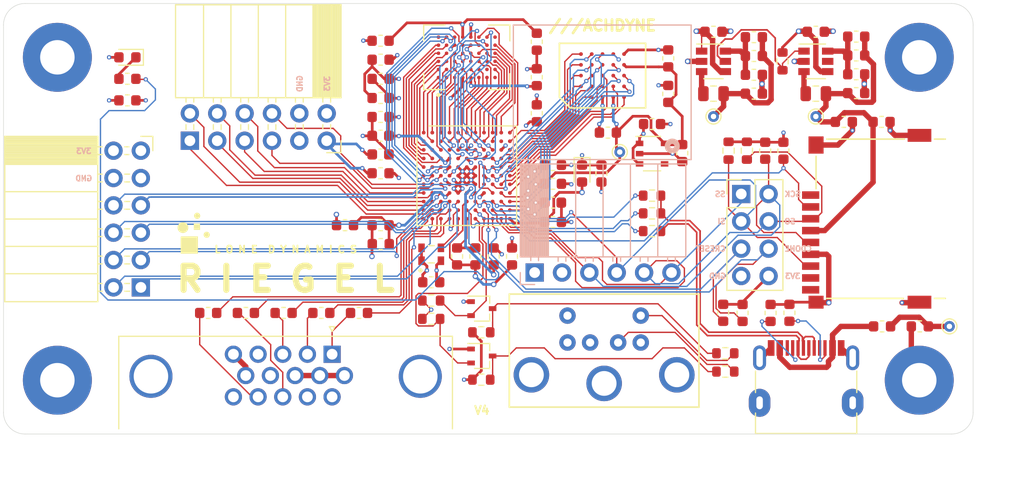
<source format=kicad_pcb>
(kicad_pcb (version 20211014) (generator pcbnew)
  (layers (0 "F.Cu" signal) (1 "In1.Cu" power) (2 "In2.Cu" power) (31 "B.Cu" signal) (34 "B.Paste" user) (35 "F.Paste" user) (36 "B.SilkS" user "B.Silkscreen") (37 "F.SilkS" user "F.Silkscreen") (38 "B.Mask" user) (39 "F.Mask" user) (44 "Edge.Cuts" user))
  (net 0 "")
  (net 1 "GND")
  (net 2 "/PWR3V3")
  (net 3 "/PWR1V8")
  (net 4 "/PWR5V0")
  (net 5 "Net-(C12-Pad1)")
  (net 6 "Net-(C12-Pad2)")
  (net 7 "Net-(FB1-Pad2)")
  (net 8 "Net-(C13-Pad1)")
  (net 9 "Net-(C13-Pad2)")
  (net 10 "/SD_SS")
  (net 11 "Net-(L1-Pad1)")
  (net 12 "Net-(L2-Pad1)")
  (net 13 "/PMOD_A1")
  (net 14 "/PMOD_A4")
  (net 15 "/PMOD_A10")
  (net 16 "/PMOD_A3")
  (net 17 "/PMOD_A9")
  (net 18 "/PMOD_A2")
  (net 19 "/PMOD_A8")
  (net 20 "/PMOD_A7")
  (net 21 "/VGA_R_CONN")
  (net 22 "/VGA_G_CONN")
  (net 23 "/VGA_B_CONN")
  (net 24 "/VGA_HS_CONN")
  (net 25 "/VGA_VS_CONN")
  (net 26 "/CSPI_SCK")
  (net 27 "/CSPI_SS")
  (net 28 "Net-(C32-Pad2)")
  (net 29 "Net-(D2-Pad1)")
  (net 30 "/HRAM_ADQ5")
  (net 31 "/HRAM_ADQ6")
  (net 32 "/HRAM_ADQ7")
  (net 33 "/HRAM_ADQ4")
  (net 34 "/HRAM_ADQ3")
  (net 35 "/HRAM_ADQ0")
  (net 36 "/HRAM_ADQ1")
  (net 37 "/HRAM_DQ15")
  (net 38 "/HRAM_ADQ2")
  (net 39 "/HRAM_DQS0")
  (net 40 "/HRAM_DQ8")
  (net 41 "/HRAM_DQ14")
  (net 42 "/HRAM_DQ13")
  (net 43 "/HRAM_DQS1")
  (net 44 "/HRAM_CK")
  (net 45 "/HRAM_DQ9")
  (net 46 "/HRAM_DQ12")
  (net 47 "/HRAM_DQ11")
  (net 48 "/HRAM_CE")
  (net 49 "/HRAM_DQ10")
  (net 50 "/SRAM_A11")
  (net 51 "/SRAM_A10")
  (net 52 "/SRAM_A9")
  (net 53 "/SRAM_A8")
  (net 54 "/SRAM_D7")
  (net 55 "/SRAM_WE")
  (net 56 "/SRAM_A13")
  (net 57 "/SRAM_A12")
  (net 58 "/SRAM_D15")
  (net 59 "/SRAM_D6")
  (net 60 "/SRAM_D5")
  (net 61 "/SRAM_A15")
  (net 62 "/SRAM_A14")
  (net 63 "/SRAM_D13")
  (net 64 "/SRAM_D14")
  (net 65 "/SRAM_D4")
  (net 66 "/SRAM_A16")
  (net 67 "/SRAM_D12")
  (net 68 "/SRAM_D3")
  (net 69 "/SRAM_A7")
  (net 70 "/SRAM_D11")
  (net 71 "/SRAM_D2")
  (net 72 "/SRAM_D1")
  (net 73 "/SRAM_A6")
  (net 74 "/SRAM_A5")
  (net 75 "/SRAM_D10")
  (net 76 "/SRAM_D9")
  (net 77 "/SRAM_D0")
  (net 78 "/SRAM_CS")
  (net 79 "/SRAM_A4")
  (net 80 "/SRAM_A3")
  (net 81 "/SRAM_UB")
  (net 82 "/SRAM_D8")
  (net 83 "/SRAM_A2")
  (net 84 "/SRAM_A1")
  (net 85 "/SRAM_A0")
  (net 86 "/SRAM_OE")
  (net 87 "/SRAM_LB")
  (net 88 "Net-(J2-PadA5)")
  (net 89 "/USB_DP")
  (net 90 "/PS2_DATA5V")
  (net 91 "/PS2_CLK5V")
  (net 92 "/PWR1V2")
  (net 93 "/PMOD_B1")
  (net 94 "/PMOD_B4")
  (net 95 "/PMOD_B10")
  (net 96 "/PMOD_B3")
  (net 97 "/PMOD_B9")
  (net 98 "/PMOD_B2")
  (net 99 "/PMOD_B8")
  (net 100 "/PMOD_B7")
  (net 101 "/CSPI_SI")
  (net 102 "/CSPI_SO")
  (net 103 "/CDONE")
  (net 104 "/CRESET")
  (net 105 "/PWR3V3EN")
  (net 107 "/LED")
  (net 108 "/PWR2V5")
  (net 109 "/PS2_DATA")
  (net 110 "/PS2_CLK")
  (net 111 "/VGA_R")
  (net 112 "/VGA_G")
  (net 113 "/VGA_B")
  (net 114 "/VGA_HS")
  (net 115 "/VGA_VS")
  (net 117 "/SRAM_A17")
  (net 125 "Net-(C33-Pad2)")
  (net 126 "/USB_DN")
  (net 128 "Net-(J2-PadB5)")
  (net 133 "/USB_DP_PU")
  (net 134 "Net-(R14-Pad2)")
  (net 135 "Net-(R15-Pad2)")
  (net 136 "/USB_CONN_DP")
  (net 137 "/USB_CONN_DN")
  (net 138 "/CLK48")
  (footprint "LD-SDCARD:SDCARD" (layer "F.Cu") (at 185.42 120 90)
    (fp_text reference "J3" hide)
    (fp_text value "MICROSD" hide)
  )
  (footprint "Inductor_SMD:L_0805_2012Metric" (layer "F.Cu") (at 165.9 108.376336)
    (fp_text reference "L1" hide)
    (fp_text value "INDUCTOR" hide)
  )
  (footprint "Package_TO_SOT_SMD:SOT-23-6" (layer "F.Cu") (at 165.9 105.376336)
    (fp_text reference "U6" hide)
    (fp_text value "TLV62568DDC" hide)
  )
  (footprint "Package_TO_SOT_SMD:SOT-23-6" (layer "F.Cu") (at 175.4 105.376336)
    (fp_text reference "U7" hide)
    (fp_text value "TLV62568DDC" hide)
  )
  (footprint "Connector_Dsub:DSUB-15-HD_Female_Horizontal_P2.29x1.98mm_EdgePinOffset3.03mm_Housed_MountingHolesOffset4.94mm" (layer "F.Cu") (at 130.5 132.588)
    (fp_text reference "VGA1" hide)
    (fp_text value "DB15_Female_MountingHoles" hide)
  )
  (footprint "LD-PMOD:PMOD_2x06_HOST" (layer "F.Cu") (at 130 112.75 -90)
    (fp_text reference "PMOD2" hide)
    (fp_text value "PMOD-Device-x2-Type-1A-GPIO" hide)
  )
  (footprint "MountingHole:MountingHole_3.2mm_M3_Pad" (layer "F.Cu") (at 105 105)
    (fp_text reference "H1" hide)
    (fp_text value "MountingHole_Pad" hide)
  )
  (footprint "MountingHole:MountingHole_3.2mm_M3_Pad" (layer "F.Cu") (at 185 105)
    (fp_text reference "H2" hide)
    (fp_text value "MountingHole_Pad" hide)
  )
  (footprint "MountingHole:MountingHole_3.2mm_M3_Pad" (layer "F.Cu") (at 105 135)
    (fp_text reference "H3" hide)
    (fp_text value "MountingHole_Pad" hide)
  )
  (footprint "MountingHole:MountingHole_3.2mm_M3_Pad" (layer "F.Cu") (at 185 135)
    (fp_text reference "H4" hide)
    (fp_text value "MountingHole_Pad" hide)
  )
  (footprint "Package_SO:TSOP-5_1.65x3.05mm_P0.95mm" (layer "F.Cu") (at 160.2 113.95)
    (fp_text reference "U5" hide)
    (fp_text value "NCP164ASN180T1G" hide)
  )
  (footprint "LED_SMD:LED_0603_1608Metric" (layer "F.Cu") (at 111.5 105 180)
    (fp_text reference "D2" hide)
    (fp_text value "LED" hide)
  )
  (footprint "Resistor_SMD:R_0603_1608Metric" (layer "F.Cu") (at 111.5 107 180)
    (fp_text reference "R20" hide)
    (fp_text value "536R" hide)
  )
  (footprint "Resistor_SMD:R_0603_1608Metric" (layer "F.Cu") (at 161.7 105.1 -90)
    (fp_text reference "C20" hide)
    (fp_text value "100nF" hide)
  )
  (footprint "Inductor_SMD:L_0805_2012Metric" (layer "F.Cu") (at 175.4 108.376336)
    (fp_text reference "L2" hide)
    (fp_text value "INDUCTOR" hide)
  )
  (footprint "Resistor_SMD:R_0603_1608Metric" (layer "F.Cu") (at 181.5 111)
    (fp_text reference "C26" hide)
    (fp_text value "100nF" hide)
  )
  (footprint "Diode_SMD:D_0603_1608Metric" (layer "F.Cu") (at 153.7 115.8 -90)
    (fp_text reference "D1" hide)
    (fp_text value "D_Schottky_Small" hide)
  )
  (footprint "Connector_PinHeader_2.54mm:PinHeader_2x04_P2.54mm_Vertical" (layer "F.Cu") (at 168.475 117.7)
    (fp_text reference "PROG1" hide)
    (fp_text value "Conn_02x04_Top_Bottom" hide)
  )
  (footprint "Capacitor_SMD:C_0603_1608Metric" (layer "F.Cu") (at 163 113.9 -90)
    (fp_text reference "C29" hide)
    (fp_text value "1uF" hide)
  )
  (footprint "Capacitor_SMD:C_0603_1608Metric" (layer "F.Cu") (at 151 115)
    (fp_text reference "C4" hide)
    (fp_text value "100nF" hide)
  )
  (footprint "Capacitor_SMD:C_0603_1608Metric" (layer "F.Cu") (at 135 110.5385 180)
    (fp_text reference "C1" hide)
    (fp_text value "1uF" hide)
  )
  (footprint "Resistor_SMD:R_0603_1608Metric" (layer "F.Cu") (at 156.1 112)
    (fp_text reference "C18" hide)
    (fp_text value "100nF" hide)
  )
  (footprint "Resistor_SMD:R_0603_1608Metric" (layer "F.Cu") (at 185.05 130 180)
    (fp_text reference "C9" hide)
    (fp_text value "4.7uF" hide)
  )
  (footprint "Resistor_SMD:R_0603_1608Metric" (layer "F.Cu") (at 139.7 125.9)
    (fp_text reference "C28" hide)
    (fp_text value "100nF" hide)
  )
  (footprint "Capacitor_SMD:C_0603_1608Metric" (layer "F.Cu") (at 135 115.772)
    (fp_text reference "C17" hide)
    (fp_text value "100nF" hide)
  )
  (footprint "Capacitor_SMD:C_0603_1608Metric" (layer "F.Cu") (at 135 120.6 180)
    (fp_text reference "C10" hide)
    (fp_text value "10nF" hide)
  )
  (footprint "Resistor_SMD:R_0603_1608Metric" (layer "F.Cu") (at 135 103.4625)
    (fp_text reference "C23" hide)
    (fp_text value "1uF" hide)
  )
  (footprint "Resistor_SMD:R_0603_1608Metric" (layer "F.Cu") (at 149.5 103.55 90)
    (fp_text reference "C24" hide)
    (fp_text value "100nF" hide)
  )
  (footprint "Capacitor_SMD:C_0603_1608Metric" (layer "F.Cu") (at 142.1 123.5 90)
    (fp_text reference "C14" hide)
    (fp_text value "10uF" hide)
  )
  (footprint "Capacitor_SMD:C_0603_1608Metric" (layer "F.Cu") (at 165.9 102.626336)
    (fp_text reference "C30" hide)
    (fp_text value "4.7uF" hide)
  )
  (footprint "Capacitor_SMD:C_0603_1608Metric" (layer "F.Cu") (at 111.5 109)
    (fp_text reference "C37" hide)
    (fp_text value "22uF" hide)
  )
  (footprint "Capacitor_SMD:C_0603_1608Metric" (layer "F.Cu") (at 169.65 103.126336 180)
    (fp_text reference "C32" hide)
    (fp_text value "10pF" hide)
  )
  (footprint "Capacitor_SMD:C_0603_1608Metric" (layer "F.Cu") (at 179.15 108.326336)
    (fp_text reference "C36" hide)
    (fp_text value "10uF" hide)
  )
  (footprint "Resistor_SMD:R_0603_1608Metric" (layer "F.Cu") (at 178 111)
    (fp_text reference "C25" hide)
    (fp_text value "10uF" hide)
  )
  (footprint "Resistor_SMD:R_0603_1608Metric" (layer "F.Cu") (at 181.55 130 180)
    (fp_text reference "FB1" hide)
    (fp_text value "Ferrite_Bead" hide)
  )
  (footprint "Resistor_SMD:R_0603_1608Metric" (layer "F.Cu") (at 170.7 113.6775 90)
    (fp_text reference "R3" hide)
    (fp_text value "10K" hide)
  )
  (footprint "Resistor_SMD:R_0603_1608Metric" (layer "F.Cu") (at 168.6 128.75 90)
    (fp_text reference "R6" hide)
    (fp_text value "10K" hide)
  )
  (footprint "Resistor_SMD:R_0603_1608Metric" (layer "F.Cu") (at 171.2 128.75 90)
    (fp_text reference "R5" hide)
    (fp_text value "5K1" hide)
  )
  (footprint "Resistor_SMD:R_0603_1608Metric" (layer "F.Cu") (at 172.95 128.7375 90)
    (fp_text reference "R10" hide)
    (fp_text value "5K1" hide)
  )
  (footprint "Resistor_SMD:R_0603_1608Metric" (layer "F.Cu") (at 133 128.75)
    (fp_text reference "R22" hide)
    (fp_text value "536R" hide)
  )
  (footprint "Resistor_SMD:R_0603_1608Metric" (layer "F.Cu") (at 129.5 128.75)
    (fp_text reference "R23" hide)
    (fp_text value "536R" hide)
  )
  (footprint "Resistor_SMD:R_0603_1608Metric" (layer "F.Cu") (at 126 128.75)
    (fp_text reference "R24" hide)
    (fp_text value "536R" hide)
  )
  (footprint "Resistor_SMD:R_0603_1608Metric" (layer "F.Cu") (at 122.5 128.75)
    (fp_text reference "R25" hide)
    (fp_text value "100R" hide)
  )
  (footprint "Resistor_SMD:R_0603_1608Metric" (layer "F.Cu") (at 119 128.75)
    (fp_text reference "R26" hide)
    (fp_text value "100R" hide)
  )
  (footprint "Resistor_SMD:R_0603_1608Metric" (layer "F.Cu") (at 172.39 113.678 -90)
    (fp_text reference "R19" hide)
    (fp_text value "20K" hide)
  )
  (footprint "TestPoint:TestPoint_THTPad_D1.0mm_Drill0.5mm" (layer "F.Cu") (at 175.4 110.5)
    (fp_text reference "TP4" hide)
    (fp_text value "TP_PWR3V3" hide)
  )
  (footprint "TestPoint:TestPoint_THTPad_D1.0mm_Drill0.5mm" (layer "F.Cu") (at 187.8 130)
    (fp_text reference "TP1" hide)
    (fp_text value "TP_PWR5V0" hide)
  )
  (footprint "TestPoint:TestPoint_THTPad_D1.0mm_Drill0.5mm" (layer "F.Cu") (at 157.2 113.8 90)
    (fp_text reference "TP2" hide)
    (fp_text value "TP_PWR1V8" hide)
  )
  (footprint "LD-CONNECTORS:MINI-DIN-6-FULL-SHIELD" (layer "F.Cu") (at 155.75 140 180)
    (fp_text reference "U2" hide)
    (fp_text value "PS2" hide)
  )
  (footprint "LD-MEMORY:APS256_BGA_24" (layer "F.Cu") (at 155.6 106.7 90)
    (fp_text reference "U3" hide)
    (fp_text value "APS256" hide)
  )
  (footprint "Resistor_SMD:R_0603_1608Metric" (layer "F.Cu") (at 161.7 108.4 -90)
    (fp_text reference "C21" hide)
    (fp_text value "4.7uF" hide)
  )
  (footprint "Capacitor_SMD:C_0603_1608Metric" (layer "F.Cu") (at 179.15 103.076336 180)
    (fp_text reference "C33" hide)
    (fp_text value "10pF" hide)
  )
  (footprint "Capacitor_SMD:C_0603_1608Metric" (layer "F.Cu") (at 169.65 108.376336)
    (fp_text reference "C35" hide)
    (fp_text value "10uF" hide)
  )
  (footprint "Resistor_SMD:R_0603_1608Metric" (layer "F.Cu") (at 169.65 106.626336)
    (fp_text reference "R28" hide)
    (fp_text value "120K" hide)
  )
  (footprint "Resistor_SMD:R_0603_1608Metric" (layer "F.Cu") (at 169.65 104.876336 180)
    (fp_text reference "R27" hide)
    (fp_text value "120K" hide)
  )
  (footprint "TestPoint:TestPoint_THTPad_D1.0mm_Drill0.5mm" (layer "F.Cu") (at 165.9 110.5)
    (fp_text reference "TP3" hide)
    (fp_text value "TP_PWR1V2" hide)
  )
  (footprint "Resistor_SMD:R_0603_1608Metric" (layer "F.Cu") (at 179.15 106.576336)
    (fp_text reference "R30" hide)
    (fp_text value "47K" hide)
  )
  (footprint "Capacitor_SMD:C_0603_1608Metric" (layer "F.Cu") (at 160.2 111.2)
    (fp_text reference "C27" hide)
    (fp_text value "1uF" hide)
  )
  (footprint "Capacitor_SMD:C_0603_1608Metric" (layer "F.Cu") (at 155.5 115.8 -90)
    (fp_text reference "C6" hide)
    (fp_text value "100nF" hide)
  )
  (footprint "Capacitor_SMD:C_0603_1608Metric" (layer "F.Cu") (at 149.5 110.2 90)
    (fp_text reference "C5" hide)
    (fp_text value "220nF" hide)
  )
  (footprint "Capacitor_SMD:C_0603_1608Metric" (layer "F.Cu") (at 151 116.75)
    (fp_text reference "C11" hide)
    (fp_text value "100nF" hide)
  )
  (footprint "Resistor_SMD:R_0603_1608Metric" (layer "F.Cu") (at 147.2 123.5 -90)
    (fp_text reference "R11" hide)
    (fp_text value "100R" hide)
  )
  (footprint "LD-MEMORY:BGA48C75P8X6_800X600X120N" (layer "F.Cu") (at 143 105 90)
    (fp_text reference "U4" hide)
    (fp_text value "IS61WV256" hide)
  )
  (footprint "Capacitor_SMD:C_0603_1608Metric" (layer "F.Cu") (at 135.0045 107 180)
    (fp_text reference "C15" hide)
    (fp_text value "10uF" hide)
  )
  (footprint "Resistor_SMD:R_0603_1608Metric" (layer "F.Cu") (at 135.0045 105.222 180)
    (fp_text reference "R12" hide)
    (fp_text value "100R" hide)
  )
  (footprint "Capacitor_SMD:C_0603_1608Metric" (layer "F.Cu") (at 143.8 123.5 90)
    (fp_text reference "C12" hide)
    (fp_text value "100nF" hide)
  )
  (footprint "Package_BGA:BGA-121_9.0x9.0mm_Layout11x11_P0.8mm_Ball0.4mm_Pad0.35mm_NSMD" (layer "F.Cu") (at 143 116)
    (fp_text reference "U1" hide)
    (fp_text value "ICE40HX4K-BG121" hide)
  )
  (footprint "LD-PMOD:PMOD_2x06_HOST" (layer "F.Cu") (at 112.75 113.675)
    (fp_text reference "PMOD1" hide)
    (fp_text value "PMOD-Device-x2-Type-1A-GPIO" hide)
  )
  (footprint "LD-LOGO:ld-kicad" (layer "F.Cu") (at 117.5 121.4)
    (fp_text reference "G***" hide)
    (fp_text value "LOGO" hide)
  )
  (footprint "Capacitor_SMD:C_0603_1608Metric" (layer "F.Cu") (at 131.7 120.6 180)
    (fp_text reference "C34" hide)
    (fp_text value "22uF" hide)
  )
  (footprint "Capacitor_SMD:C_0603_1608Metric" (layer "F.Cu") (at 151 120.3)
    (fp_text reference "C2" hide)
    (fp_text value "100nF" hide)
  )
  (footprint "KC2016:OSC_KC2016Z13.5600C1KX00" (layer "F.Cu") (at 139.7 123.3 90)
    (fp_text reference "Y1" hide)
    (fp_text value "KC2016Z48.0000C1KX00" hide)
  )
  (footprint "Capacitor_SMD:C_0603_1608Metric" (layer "F.Cu") (at 145.5 123.5 90)
    (fp_text reference "C16" hide)
    (fp_text value "100nF" hide)
  )
  (footprint "Resistor_SMD:R_0603_1608Metric" (layer "F.Cu") (at 166.8 128.7375 90)
    (fp_text reference "R7" hide)
    (fp_text value "10K" hide)
  )
  (footprint "Capacitor_SMD:C_0603_1608Metric" (layer "F.Cu") (at 135.0172 122.35 180)
    (fp_text reference "C3" hide)
    (fp_text value "220nF" hide)
  )
  (footprint "Capacitor_SMD:C_0603_1608Metric" (layer "F.Cu") (at 135.0045 108.778)
    (fp_text reference "C13" hide)
    (fp_text value "100nF" hide)
  )
  (footprint "Resistor_SMD:R_0603_1608Metric" (layer "F.Cu") (at 179.15 104.826336 180)
    (fp_text reference "R29" hide)
    (fp_text value "210K" hide)
  )
  (footprint "Capacitor_SMD:C_0603_1608Metric" (layer "F.Cu") (at 175.4 102.626336)
    (fp_text reference "C31" hide)
    (fp_text value "4.7uF" hide)
  )
  (footprint "Resistor_SMD:R_0603_1608Metric" (layer "F.Cu") (at 149.5 106.85 -90)
    (fp_text reference "C22" hide)
    (fp_text value "100nF" hide)
  )
  (footprint "Resistor_SMD:R_0603_1608Metric" (layer "F.Cu") (at 167 134.2)
    (fp_text reference "R14" hide)
    (fp_text value "100R" hide)
  )
  (footprint "Resistor_SMD:R_0603_1608Metric" (layer "F.Cu") (at 139.7 129.3)
    (fp_text reference "R13" hide)
    (fp_text value "10K" hide)
  )
  (footprint "Resistor_SMD:R_0603_1608Metric" (layer "F.Cu") (at 172.308 105.376336 -90)
    (fp_text reference "R21" hide)
    (fp_text value "1K5" hide)
  )
  (footprint "Capacitor_SMD:C_0603_1608Metric" (layer "F.Cu") (at 135 114.022)
    (fp_text reference "C19" hide)
    (fp_text value "100nF" hide)
  )
  (footprint "Resistor_SMD:R_0603_1608Metric" (layer "F.Cu") (at 167 132.5)
    (fp_text reference "R15" hide)
    (fp_text value "100R" hide)
  )
  (footprint "Capacitor_SMD:C_0603_1608Metric" (layer "F.Cu") (at 151 118.5)
    (fp_text reference "C8" hide)
    (fp_text value "220nF" hide)
  )
  (footprint "Resistor_SMD:R_0603_1608Metric" (layer "F.Cu") (at 144.35 130.55)
    (fp_text reference "R18" hide)
    (fp_text value "10K" hide)
  )
  (footprint "Resistor_SMD:R_0603_1608Metric" (layer "F.Cu") (at 160.2 117.85)
    (fp_text reference "R4" hide)
    (fp_text value "1K5" hide)
  )
  (footprint "Resistor_SMD:R_0603_1608Metric" (layer "F.Cu") (at 144.35 134.95)
    (fp_text reference "R16" hide)
    (fp_text value "10K" hide)
  )
  (footprint "Capacitor_SMD:C_0603_1608Metric" (layer "F.Cu") (at 135 112.2885 180)
    (fp_text reference "C7" hide)
    (fp_text value "220nF" hide)
  )
  (footprint "Resistor_SMD:R_0603_1608Metric" (layer "F.Cu") (at 160.2 121.15 180)
    (fp_text reference "R8" hide)
    (fp_text value "22R" hide)
  )
  (footprint "Connector_USB:USB_C_Receptacle_HRO_TYPE-C-31-M-12" (layer "F.Cu") (at 174.5 136.05)
    (fp_text reference "J2" hide)
    (fp_text value "TYPE-C-31-M-12-FIXED" hide)
  )
  (footprint "Package_TO_SOT_SMD:SOT-323_SC-70" (layer "F.Cu") (at 144.4 128.35)
    (fp_text reference "Q2" hide)
    (fp_text value "BSS138" hide)
  )
  (footprint "Resistor_SMD:R_0603_1608Metric" (layer "F.Cu") (at 139.7 127.6)
    (fp_text reference "R17" hide)
    (fp_text value "10K" hide)
  )
  (footprint "Package_TO_SOT_SMD:SOT-323_SC-70" (layer "F.Cu") (at 144.4 132.75)
    (fp_text reference "Q1" hide)
    (fp_text value "BSS138" hide)
  )
  (footprint "Resistor_SMD:R_0603_1608Metric" (layer "F.Cu") (at 160.2 119.5 180)
    (fp_text reference "R9" hide)
    (fp_text value "22R" hide)
  )
  (footprint "Resistor_SMD:R_0603_1608Metric" (layer "F.Cu") (at 169 113.675 90)
    (fp_text reference "R1" hide)
    (fp_text value "20K" hide)
  )
  (footprint "Resistor_SMD:R_0603_1608Metric" (layer "F.Cu") (at 167.3 113.675 90)
    (fp_text reference "R2" hide)
    (fp_text value "20K" hide)
  )
  (footprint "Connector_PinSocket_2.54mm:PinSocket_1x06_P2.54mm_Horizontal" (layer "B.Cu") (at 149.3 125 -90)
    (fp_text reference "MMOD1" hide)
    (fp_text value "PMOD-Device-x1-Type-2-SPI" hide)
  )
  (footprint "ld-modules:LD-MMOD" (layer "B.Cu") (at 155.575 108.25 -90)
    (fp_text reference "CONFIG-MMOD" hide)
    (fp_text value "LD-MMOD" hide)
  )
  (gr_line (start 102 100) (end 188 100) (layer "Edge.Cuts") (width 0.05))
  (gr_line (start 190 102) (end 190.000024 138) (layer "Edge.Cuts") (width 0.05))
  (gr_line (start 102 140) (end 188 140.000024) (layer "Edge.Cuts") (width 0.05))
  (gr_line (start 100 102) (end 100 138) (layer "Edge.Cuts") (width 0.05))
  (gr_arc (start 100 102) (mid 100.585786 100.585786) (end 102 100) (layer "Edge.Cuts") (width 0.05))
  (gr_arc (start 102 140) (mid 100.585786 139.414214) (end 100 138) (layer "Edge.Cuts") (width 0.05))
  (gr_arc (start 188 100) (mid 189.414214 100.585786) (end 190 102) (layer "Edge.Cuts") (width 0.05))
  (gr_arc (start 190.000024 138) (mid 189.414231 139.414231) (end 188 140.000024) (layer "Edge.Cuts") (width 0.05))
  (gr_text "3V3" (at 173.254 125.33) (layer "B.SilkS") (effects (font (size 0.5 0.5) (thickness 0.125)) (justify mirror)))
  (gr_text "CRESET" (at 165.634 122.79) (layer "B.SilkS") (effects (font (size 0.5 0.5) (thickness 0.125)) (justify mirror)))
  (gr_text "SI" (at 166.65 120.25) (layer "B.SilkS") (effects (font (size 0.5 0.5) (thickness 0.125)) (justify mirror)))
  (gr_text "SO" (at 173 120.25) (layer "B.SilkS") (effects (font (size 0.5 0.5) (thickness 0.125)) (justify mirror)))
  (gr_text "CDONE" (at 173.762 122.79) (layer "B.SilkS") (effects (font (size 0.5 0.5) (thickness 0.125)) (justify mirror)))
  (gr_text "SCK" (at 173.254 117.71) (layer "B.SilkS") (effects (font (size 0.5 0.5) (thickness 0.125)) (justify mirror)))
  (gr_text "SS" (at 166.523 117.71) (layer "B.SilkS") (effects (font (size 0.5 0.5) (thickness 0.125)) (justify mirror)))
  (gr_text "GND" (at 166.269 125.33) (layer "B.SilkS") (effects (font (size 0.5 0.5) (thickness 0.125)) (justify mirror)))
  (gr_text "R I E G E L" (at 126.2 125.6) (layer "F.SilkS") (effects (font (size 2.25 2.25) (thickness 0.5625))))
  (gr_text "L O N E  D Y N A M I C S" (at 126.2 122.85) (layer "F.SilkS") (effects (font (size 0.65 0.65) (thickness 0.1625))))
  (gr_text "V4" (at 144.4 137.8) (layer "F.SilkS") (effects (font (size 0.75 0.75) (thickness 0.1875))))
  (gr_text "///ACHDYNE" (at 155.6 102.05) (layer "F.SilkS") (effects (font (size 1 1) (thickness 0.25))))
  (segment (start 170.4 108.338836) (end 170.4375 108.376336) (width 0.5) (layer "F.Cu") (net 1))
  (segment (start 184.2625 134.2625) (end 185 135) (width 0.5) (layer "F.Cu") (net 1))
  (segment (start 184.97 127.8) (end 185.02 127.75) (width 0.5) (layer "F.Cu") (net 1))
  (segment (start 155.3 111.9875) (end 155.3125 112) (width 0.25) (layer "F.Cu") (net 1))
  (segment (start 134.2 103.45) (end 134.2125 103.4625) (width 0.25) (layer "F.Cu") (net 1))
  (segment (start 129.355 134.568) (end 131.645 134.568) (width 0.5) (layer "F.Cu") (net 1))
  (segment (start 162.1 113.95) (end 159.04 113.95) (width 0.25) (layer "F.Cu") (net 1))
  (segment (start 141.8 116.4) (end 142.2 116.8) (width 0.25) (layer "F.Cu") (net 1))
  (segment (start 136.272 115.772) (end 136.7 116.2) (width 0.25) (layer "F.Cu") (net 1))
  (segment (start 179.9 108.288836) (end 179.9375 108.326336) (width 0.5) (layer "F.Cu") (net 1))
  (segment (start 184.2625 130) (end 184.2625 134.2625) (width 0.5) (layer "F.Cu") (net 1))
  (segment (start 182.75 112.25) (end 182.3 111.8) (width 0.5) (layer "F.Cu") (net 1))
  (segment (start 135.7875 115.772) (end 136.272 115.772) (width 0.25) (layer "F.Cu") (net 1))
  (segment (start 140.2 124.3) (end 140.6 123.9) (width 0.25) (layer "F.Cu") (net 1))
  (segment (start 179.9 106.613836) (end 179.9375 106.576336) (width 0.5) (layer "F.Cu") (net 1))
  (segment (start 173.4 105.376336) (end 174.3 105.376336) (width 0.5) (layer "F.Cu") (net 1))
  (segment (start 170.4 106.663836) (end 170.4375 106.626336) (width 0.5) (layer "F.Cu") (net 1))
  (segment (start 135.775 113.8385) (end 134.225 112.2885) (width 0.25) (layer "F.Cu") (net 1))
  (segment (start 166.7375 102.576336) (end 166.6875 102.626336) (width 0.5) (layer "F.Cu") (net 1))
  (segment (start 134.2125 120.6) (end 134.2125 122.3328) (width 0.25) (layer "F.Cu") (net 1))
  (segment (start 170.18 132.92) (end 170.335 132.92) (width 0.5) (layer "F.Cu") (net 1))
  (segment (start 164.8 105.376336) (end 163.5 105.376336) (width 0.5) (layer "F.Cu") (net 1))
  (segment (start 176.2375 102.576336) (end 176.1875 102.626336) (width 0.5) (layer "F.Cu") (net 1))
  (segment (start 155.6 108.7) (end 155.6 109.5) (width 0.25) (layer "F.Cu") (net 1))
  (segment (start 182.3 111.0125) (end 182.2875 111) (width 0.5) (layer "F.Cu") (net 1))
  (segment (start 170.335 132.92) (end 171.25 132.005) (width 0.5) (layer "F.Cu") (net 1))
  (segment (start 163 114.6875) (end 162.2625 113.95) (width 0.25) (layer "F.Cu") (net 1))
  (segment (start 160.7875 104.3125) (end 157.9875 104.3125) (width 0.25) (layer "F.Cu") (net 1))
  (segment (start 152.7 115) (end 151.7875 115) (width 0.25) (layer "F.Cu") (net 1))
  (segment (start 143.375 103.125) (end 143.375 101.975) (width 0.25) (layer "F.Cu") (net 1))
  (segment (start 185.02 112.25) (end 182.75 112.25) (width 0.5) (layer "F.Cu") (net 1))
  (segment (start 151.7875 116.75) (end 152.65 116.75) (width 0.25) (layer "F.Cu") (net 1))
  (segment (start 134.2 122.3797) (end 134.2297 122.35) (width 0.25) (layer "F.Cu") (net 1))
  (segment (start 130.9125 120.6) (end 130.9125 119.6125) (width 0.25) (layer "F.Cu") (net 1))
  (segment (start 143 115.2) (end 143.8 116) (width 0.25) (layer "F.Cu") (net 1))
  (segment (start 177 102.576336) (end 176.2375 102.576336) (width 0.5) (layer "F.Cu") (net 1))
  (segment (start 133.4 103.45) (end 134.2 103.45) (width 0.25) (layer "F.Cu") (net 1))
  (segment (start 173.15 127.75) (end 175.42 127.75) (width 0.25) (layer "F.Cu") (net 1))
  (segment (start 135.7915 114.05) (end 135.775 114.0665) (width 0.25) (layer "F.Cu") (net 1))
  (segment (start 148.6375 106.0625) (end 148.6 106.1) (width 0.25) (layer "F.Cu") (net 1))
  (segment (start 142.2 115.2) (end 143.8 116.8) (width 0.25) (layer "F.Cu") (net 1))
  (segment (start 145.5 122.7125) (end 145.6625 122.7125) (width 0.25) (layer "F.Cu") (net 1))
  (segment (start 134.2125 122.3328) (end 134.2297 122.35) (width 0.25) (layer "F.Cu") (net 1))
  (segment (start 177.45 113.15) (end 178.8 111.8) (width 0.5) (layer "F.Cu") (net 1))
  (segment (start 142.2 116) (end 143 116.8) (width 0.25) (layer "F.Cu") (net 1))
  (segment (start 174.92 123.3) (end 176.4 123.3) (width 0.5) (layer "F.Cu") (net 1))
  (segment (start 157.9875 104.3125) (end 157.6 104.7) (width 0.25) (layer "F.Cu") (net 1))
  (segment (start 162.2625 113.95) (end 162.1 113.95) (width 0.25) (layer "F.Cu") (net 1))
  (segment (start 178.8 111.0125) (end 178.7875 111) (width 0.5) (layer "F.Cu") (net 1))
  (segment (start 141.8 117.2) (end 142.2 117.6) (width 0.25) (layer "F.Cu") (net 1))
  (segment (start 143.375 101.975) (end 143.4 101.95) (width 0.25) (layer "F.Cu") (net 1))
  (segment (start 175.47 127.8) (end 175.42 127.75) (width 0.5) (layer "F.Cu") (net 1))
  (segment (start 155.5 116.5875) (end 155.5 117.5) (width 0.25) (layer "F.Cu") (net 1))
  (segment (start 122.485 134.568) (end 122.485 133.733) (width 0.5) (layer "F.Cu") (net 1))
  (segment (start 167.5 102.576336) (end 166.7375 102.576336) (width 0.5) (layer "F.Cu") (net 1))
  (segment (start 172.95 127.95) (end 173.15 127.75) (width 0.25) (layer "F.Cu") (net 1))
  (segment (start 140.2 124.8) (end 140.2 125.6125) (width 0.25) (layer "F.Cu") (net 1))
  (segment (start 176.4 123.3) (end 176.6 123.5) (width 0.5) (layer "F.Cu") (net 1))
  (segment (start 127.065 134.568) (end 129.355 134.568) (width 0.5) (layer "F.Cu") (net 1))
  (segment (start 135.7875 114.054) (end 135.775 114.0665) (width 0.25) (layer "F.Cu") (net 1))
  (segment (start 113.2 109) (end 112.2875 109) (width 0.25) (layer "F.Cu") (net 1))
  (segment (start 142.2 116.8) (end 143.8 115.2) (width 0.25) (layer "F.Cu") (net 1))
  (segment (start 142.625 107.675) (end 141.5 108.8) (width 0.25) (layer "F.Cu") (net 1))
  (segment (start 142.2 116) (end 143 115.2) (width 0.25) (layer "F.Cu") (net 1))
  (segment (start 182.3 111.8) (end 182.3 111.0125) (width 0.5) (layer "F.Cu") (net 1))
  (segment (start 141.8 117.2) (end 142.2 116.8) (width 0.25) (layer "F.Cu") (net 1))
  (segment (start 171.2 127.9625) (end 172.9375 127.9625) (width 0.25) (layer "F.Cu") (net 1))
  (segment (start 183.4 127.8) (end 184.97 127.8) (width 0.5) (layer "F.Cu") (net 1))
  (segment (start 175.42 113.15) (end 177.45 113.15) (width 0.5) (layer "F.Cu") (net 1))
  (segment (start 152.65 116.75) (end 152.7 116.8) (width 0.25) (layer "F.Cu") (net 1))
  (segment (start 170.4 107.476336) (end 170.4 108.338836) (width 0.5) (layer "F.Cu") (net 1))
  (segment (start 178.665 132.92) (end 177.75 132.005) (width 0.5) (layer "F.Cu") (net 1))
  (segment (start 151.7875 120.3) (end 152.7 120.3) (width 0.25) (layer "F.Cu") (net 1))
  (segment (start 176.6 123.5) (end 176.6 127.8) (width 0.5) (layer "F.Cu") (net 1))
  (segment (start 172.9375 127.9625) (end 172.95 127.95) (width 0.25) (layer "F.Cu") (net 1))
  (segment (start 161.9 111.2) (end 160.9875 111.2) (width 0.25) (layer "F.Cu") (net 1))
  (segment (start 176.6 127.8) (end 175.47 127.8) (width 0.5) (layer "F.Cu") (net 1))
  (segment (start 160.8 107.6) (end 161.6875 107.6) (width 0.25) (layer "F.Cu") (net 1))
  (segment (start 122.485 133.733) (end 121.34 132.588) (width 0.5) (layer "F.Cu") (net 1))
  (segment (start 149.5 106.0625) (end 149.5 104.3375) (width 0.25) (layer "F.Cu") (net 1))
  (segment (start 134.2135 112.3) (end 134.225 112.2885) (width 0.25) (layer "F.Cu") (net 1))
  (segment (start 161.6875 107.6) (end 161.7 107.6125) (width 0.25) (layer "F.Cu") (net 1))
  (segment (start 142.625 106.875) (end 142.625 107.675) (width 0.25) (layer "F.Cu") (net 1))
  (segment (start 161.7 104.3125) (end 160.7875 104.3125) (width 0.25) (layer "F.Cu") (net 1))
  (segment (start 143.8 116) (end 143 116.8) (width 0.25) (layer "F.Cu") (net 1))
  (segment (start 133.35 112.3) (end 134.2135 112.3) (width 0.25) (layer "F.Cu") (net 1))
  (segment (start 134.2 123.5) (end 134.2 122.3797) (width 0.25) (layer "F.Cu") (net 1))
  (segment (start 151.7875 118.5125) (end 151.775 118.5) (width 0.25) (layer "F.Cu") (net 1))
  (segment (start 134.225 112.2885) (end 134.225 110.551) (width 0.25) (layer "F.Cu") (net 1))
  (segment (start 134.225 110.551) (end 134.2125 110.5385) (width 0.25) (layer "F.Cu") (net 1))
  (segment (start 149.5 106.0625) (end 148.6375 106.0625) (width 0.25) (layer "F.Cu") (net 1))
  (segment (start 140.2 124.8) (end 140.2 124.3) (width 0.25) (layer "F.Cu") (net 1))
  (segment (start 179.9 107.476336) (end 179.9 108.288836) (width 0.5) (layer "F.Cu") (net 1))
  (segment (start 142.2 117.6) (end 142.6 117.2) (width 0.25) (layer "F.Cu") (net 1))
  (segment (start 149.5 109.4125) (end 149.5 108.55) (width 0.25) (layer "F.Cu") (net 1))
  (segment (start 170.4 107.476336) (end 170.4 106.663836) (width 0.5) (layer "F.Cu") (net 1))
  (segment (start 135.775 114.022) (end 135.775 113.8385) (width 0.25) (layer "F.Cu") (net 1))
  (segment (start 145.6625 122.7125) (end 146.25 123.3) (width 0.25) (layer "F.Cu") (net 1))
  (segment (start 130.9125 119.6125) (end 130.9 119.6) (width 0.25) (layer "F.Cu") (net 1))
  (segment (start 140.2 125.6125) (end 140.4875 125.9) (width 0.25) (layer "F.Cu") (net 1))
  (segment (start 142.6 117.2) (end 142.2 116.8) (width 0.25) (layer "F.Cu") (net 1))
  (segment (start 155.3 111.2) (end 155.3 111.9875) (width 0.25) (layer "F.Cu") (net 1))
  (segment (start 179.9 107.476336) (end 179.9 106.613836) (width 0.5) (layer "F.Cu") (net 1))
  (segment (start 151.7875 120.3) (end 151.7875 118.5125) (width 0.25) (layer "F.Cu") (net 1))
  (segment (start 178.8 111.8) (end 178.8 111.0125) (width 0.5) (layer "F.Cu") (net 1))
  (segment (start 178.82 132.92) (end 178.665 132.92) (width 0.5) (layer "F.Cu") (net 1))
  (via (at 179.9 107.476336) (size 0.5) (drill 0.3) (layers "F.Cu" "B.Cu") (net 1))
  (via (at 155.6 109.5) (size 0.4) (drill 0.2) (layers "F.Cu" "B.Cu") (net 1))
  (via (at 161.9 111.2) (size 0.4) (drill 0.2) (layers "F.Cu" "B.Cu") (net 1))
  (via (at 152.7 120.3) (size 0.4) (drill 0.2) (layers "F.Cu" "B.Cu") (net 1))
  (via (at 143.4 116.4) (size 0.4) (drill 0.2) (layers "F.Cu" "B.Cu") (net 1))
  (via (at 141.8 116.4) (size 0.4) (drill 0.2) (layers "F.Cu" "B.Cu") (net 1))
  (via (at 142.6 117.2) (size 0.4) (drill 0.2) (layers "F.Cu" "B.Cu") (net 1))
  (via (at 143.4 101.95) (size 0.4) (drill 0.2) (layers "F.Cu" "B.Cu") (net 1))
  (via (at 162.1 113.95) (size 0.4) (drill 0.2) (layers "F.Cu" "B.Cu") (net 1))
  (via (at 178.8 111.8) (size 0.4) (drill 0.2) (layers "F.Cu" "B.Cu") (net 1))
  (via (at 143.4 115.6) (size 0.4) (drill 0.2) (layers "F.Cu" "B.Cu") (net 1))
  (via (at 133.35 112.3) (size 0.4) (drill 0.2) (layers "F.Cu" "B.Cu") (net 1))
  (via (at 177 102.576336) (size 0.5) (drill 0.3) (layers "F.Cu" "B.Cu") (net 1))
  (via (at 167.5 102.576336) (size 0.5) (drill 0.3) (layers "F.Cu" "B.Cu") (net 1))
  (via (at 160.7875 104.3125) (size 0.4) (drill 0.2) (layers "F.Cu" "B.Cu") (net 1))
  (via (at 176.6 127.8) (size 0.5) (drill 0.3) (layers "F.Cu" "B.Cu") (net 1))
  (via (at 142.6 115.6) (size 0.4) (drill 0.2) (layers "F.Cu" "B.Cu") (net 1))
  (via (at 142.6 116.4) (size 0.4) (drill 0.2) (layers "F.Cu" "B.Cu") (net 1))
  (via (at 146.25 123.3) (size 0.4) (drill 0.2) (layers "F.Cu" "B.Cu") (net 1))
  (via (at 182.3 111.8) (size 0.4) (drill 0.2) (layers "F.Cu" "B.Cu") (net 1))
  (via (at 130.9 119.6) (size 0.5) (drill 0.3) (layers "F.Cu" "B.Cu") (net 1))
  (via (at 113.2 109) (size 0.4) (drill 0.2) (layers "F.Cu" "B.Cu") (net 1))
  (via (at 152.7 115) (size 0.4) (drill 0.2) (layers "F.Cu" "B.Cu") (net 1))
  (via (at 160.8 107.6) (size 0.4) (drill 0.2) (layers "F.Cu" "B.Cu") (net 1))
  (via (at 170.4 107.476336) (size 0.5) (drill 0.3) (layers "F.Cu" "B.Cu") (net 1))
  (via (at 136.7 116.2) (size 0.4) (drill 0.2) (layers "F.Cu" "B.Cu") (net 1))
  (via (at 163.5 105.376336) (size 0.5) (drill 0.3) (layers "F.Cu" "B.Cu") (net 1))
  (via (at 152.7 116.8) (size 0.4) (drill 0.2) (layers "F.Cu" "B.Cu") (net 1))
  (via (at 155.3 111.2) (size 0.4) (drill 0.2) (layers "F.Cu" "B.Cu") (net 1))
  (via (at 173.4 105.376336) (size 0.5) (drill 0.3) (layers "F.Cu" "B.Cu") (net 1))
  (via (at 133.4 103.45) (size 0.4) (drill 0.2) (layers "F.Cu" "B.Cu") (net 1))
  (via (at 141.8 117.2) (size 0.4) (drill 0.2) (layers "F.Cu" "B.Cu") (net 1))
  (via (at 140.2 124.8) (size 0.4) (drill 0.2) (layers "F.Cu" "B.Cu") (net 1))
  (via (at 149.5 108.55) (size 0.4) (drill 0.2) (layers "F.Cu" "B.Cu") (net 1))
  (via (at 183.4 127.8) (size 0.4) (drill 0.2) (layers "F.Cu" "B.Cu") (net 1))
  (via (at 141.5 108.8) (size 0.4) (drill 0.2) (layers "F.Cu" "B.Cu") (net 1))
  (via (at 134.2 123.5) (size 0.5) (drill 0.3) (layers "F.Cu" "B.Cu") (net 1))
  (via (at 148.6 106.1) (size 0.4) (drill 0.2) (layers "F.Cu" "B.Cu") (net 1))
  (via (at 155.5 117.5) (size 0.4) (drill 0.2) (layers "F.Cu" "B.Cu") (net 1))
  (segment (start 155.6 110.9) (end 155.3 111.2) (width 0.25) (layer "B.Cu") (net 1))
  (segment (start 155.6 109.5) (end 155.6 110.9) (width 0.25) (layer "B.Cu") (net 1))
  (segment (start 179.86298 110.15048) (end 180.7125 111) (width 0.5) (layer "F.Cu") (net 2))
  (segment (start 151.07548 118.053448) (end 151.578928 117.55) (width 0.25) (layer "F.Cu") (net 2))
  (segment (start 171.015 125.32) (end 168.6 127.735) (width 0.25) (layer "F.Cu") (net 2))
  (segment (start 143.375 106.875) (end 143.375 107.625) (width 0.25) (layer "F.Cu") (net 2))
  (segment (start 133.722 114.022) (end 133.3 113.6) (width 0.25) (layer "F.Cu") (net 2))
  (segment (start 138.8 123.9) (end 138.8 122.7) (width 0.25) (layer "F.Cu") (net 2))
  (segment (start 147 120) (end 147.4 120.4) (width 0.25) (layer "F.Cu") (net 2))
  (segment (start 134.2125 115.772) (end 133.772 115.772) (width 0.25) (layer "F.Cu") (net 2))
  (segment (start 174.92 121.1) (end 176.22 121.1) (width 0.5) (layer "F.Cu") (net 2))
  (segment (start 143.375 107.625) (end 143.4 107.65) (width 0.25) (layer "F.Cu") (net 2))
  (segment (start 172.39 112.8905) (end 170.7005 112.8905) (width 0.25) (layer "F.Cu") (net 2))
  (segment (start 139.7 128.475) (end 138.875 129.3) (width 0.125) (layer "F.Cu") (net 2))
  (segment (start 177.2125 111) (end 178.06202 110.15048) (width 0.5) (layer "F.Cu") (net 2))
  (segment (start 139.7 128.425) (end 138.875 127.6) (width 0.125) (layer "F.Cu") (net 2))
  (segment (start 159.04 113) (end 158.885978 113) (width 0.25) (layer "F.Cu") (net 2))
  (segment (start 149.4375 107.7) (end 149.5 107.6375) (width 0.25) (layer "F.Cu") (net 2))
  (segment (start 176.3375 108.376336) (end 178.3125 108.376336) (width 0.5) (layer "F.Cu") (net 2))
  (segment (start 178.3625 108.326336) (end 179.21202 109.175856) (width 0.5) (layer "F.Cu") (net 2))
  (segment (start 148.2375 101.5) (end 149.5 102.7625) (width 0.25) (layer "F.Cu") (net 2))
  (segment (start 142.625 103.125) (end 142.625 101.975) (width 0.25) (layer "F.Cu") (net 2))
  (segment (start 151.07548 119.43702) (end 151.07548 118.053448) (width 0.25) (layer "F.Cu") (net 2))
  (segment (start 138.9125 125.1875) (end 139.3 124.8) (width 0.25) (layer "F.Cu") (net 2))
  (segment (start 143.4 127.7) (end 142.7 127.7) (width 0.25) (layer "F.Cu") (net 2))
  (segment (start 150.1125 120.4) (end 150.2125 120.3) (width 0.25) (layer "F.Cu") (net 2))
  (segment (start 158.44 113.445978) (end 158.44 114.395) (width 0.25) (layer "F.Cu") (net 2))
  (segment (start 166.8 127.95) (end 168.5875 127.95) (width 0.25) (layer "F.Cu") (net 2))
  (segment (start 172.4 112.8805) (end 172.39 112.8905) (width 0.25) (layer "F.Cu") (net 2))
  (segment (start 133.772 115.772) (end 133.3 115.3) (width 0.25) (layer "F.Cu") (net 2))
  (segment (start 176.3375 109.5625) (end 175.4 110.5) (width 0.5) (layer "F.Cu") (net 2))
  (segment (start 151.578928 117.55) (end 153.7 117.55) (width 0.25) (layer "F.Cu") (net 2))
  (segment (start 150.2125 115) (end 149.9 115) (width 0.25) (layer "F.Cu") (net 2))
  (segment (start 170.66 112.85) (end 170.7 112.89) (width 0.25) (layer "F.Cu") (net 2))
  (segment (start 169 112.85) (end 167.3 112.85) (width 0.25) (layer "F.Cu") (net 2))
  (segment (start 176.22 121.1) (end 180.7125 116.6075) (width 0.5) (layer "F.Cu") (net 2))
  (segment (start 158.44 114.395) (end 158.945 114.9) (width 0.25) (layer "F.Cu") (net 2))
  (segment (start 176.3375 108.376336) (end 176.3375 109.5625) (width 0.5) (layer "F.Cu") (net 2))
  (segment (start 158.945 114.9) (end 159.04 114.9) (width 0.25) (layer "F.Cu") (net 2))
  (segment (start 142.6 101.95) (end 143.05 101.5) (width 0.25) (layer "F.Cu") (net 2))
  (segment (start 177.2125 111) (end 175.9 111) (width 0.5) (layer "F.Cu") (net 2))
  (segment (start 139.7 128.45) (end 139.7 128.425) (width 0.125) (layer "F.Cu") (net 2))
  (segment (start 109.8 109) (end 110.7125 109) (width 0.25) (layer "F.Cu") (net 2))
  (segment (start 143 117.6) (end 143.4 117.2) (width 0.25) (layer "F.Cu") (net 2))
  (segment (start 168.5875 127.95) (end 168.6 127.9625) (width 0.25) (layer "F.Cu") (net 2))
  (segment (start 168.6 127.735) (end 168.6 127.9625) (width 0.25) (layer "F.Cu") (net 2))
  (segment (start 141 115.6) (end 141.4 115.2) (width 0.25) (layer "F.Cu") (net 2))
  (segment (start 135.7875 103.4625) (end 137.45 101.8) (width 0.25) (layer "F.Cu") (net 2))
  (segment (start 139.7 128.45) (end 139.7 128.475) (width 0.125) (layer "F.Cu") (net 2))
  (segment (start 175.9 111) (end 175.4 110.5) (width 0.5) (layer "F.Cu") (net 2))
  (segment (start 142.625 101.975) (end 142.6 101.95) (width 0.25) (layer "F.Cu") (net 2))
  (segment (start 159.4 111.2125) (end 159.4125 111.2) (width 0.25) (layer "F.Cu") (net 2))
  (segment (start 158.885978 113) (end 158.44 113.445978) (width 0.25) (layer "F.Cu") (net 2))
  (segment (start 141.4 116.8) (end 141 116.4) (width 0.25) (layer "F.Cu") (net 2))
  (segment (start 178.3125 108.376336) (end 178.3625 108.326336) (width 0.5) (layer "F.Cu") (net 2))
  (segment (start 172.4 112) (end 172.4 112.8805) (width 0.25) (layer "F.Cu") (net 2))
  (segment (start 180.7125 116.6075) (end 180.7125 111) (width 0.5) (layer "F.Cu") (net 2))
  (segment (start 139.3 124.8) (end 139.3 124.4) (width 0.25) (layer "F.Cu") (net 2))
  (segment (start 159.4 112.1) (end 159.4 111.2125) (width 0.25) (layer "F.Cu") (net 2))
  (segment (start 150.2125 120.3) (end 151.07548 119.43702) (width 0.25) (layer "F.Cu") (net 2))
  (segment (start 134.225 114.022) (end 133.722 114.022) (width 0.25) (layer "F.Cu") (net 2))
  (segment (start 147.4 120.4) (end 150.1125 120.4) (width 0.25) (layer "F.Cu") (net 2))
  (segment (start 170.7005 112.8905) (end 170.7 112.89) (width 0.25) (layer "F.Cu") (net 2))
  (segment (start 149.9 115) (end 149.3 115.6) (width 0.25) (layer "F.Cu") (net 2))
  (segment (start 145.5 125.2) (end 145.5 124.2875) (width 0.25) (layer "F.Cu") (net 2))
  (segment (start 180.60048 109.175856) (end 180.74952 109.026816) (width 0.5) (layer "F.Cu") (net 2))
  (segment (start 159.04 112.46) (end 159.4 112.1) (width 0.25) (layer "F.Cu") (net 2))
  (segment (start 138.9125 125.9) (end 138.9125 125.1875) (width 0.25) (layer "F.Cu") (net 2))
  (segment (start 153.7 117.55) (end 153.7 116.5875) (width 0.25) (layer "F.Cu") (net 2))
  (segment (start 143.4 132.1) (end 141.4 132.1) (width 0.25) (layer "F.Cu") (net 2))
  (segment (start 143.05 101.5) (end 148.2375 101.5) (width 0.25) (layer "F.Cu") (net 2))
  (segment (start 169 112.85) (end 170.66 112.85) (width 0.25) (layer "F.Cu") (net 2))
  (segment (start 178.06202 110.15048) (end 179.86298 110.15048) (width 0.5) (layer "F.Cu") (net 2))
  (segment (start 143 114.4) (end 143.4 114.8) (width 0.25) (layer "F.Cu") (net 2))
  (segment (start 109.8 105) (end 110.7125 105) (width 0.25) (layer "F.Cu") (net 2))
  (segment (start 180.74952 105.638356) (end 179.9375 104.826336) (width 0.5) (layer "F.Cu") (net 2))
  (segment (start 179.9375 103.076336) (end 179.9375 104.826336) (width 0.5) (layer "F.Cu") (net 2))
  (segment (start 159.04 113) (end 159.04 112.46) (width 0.25) (layer "F.Cu") (net 2))
  (segment (start 142.45 101.8) (end 142.6 101.95) (width 0.25) (layer "F.Cu") (net 2))
  (segment (start 179.21202 109.175856) (end 180.60048 109.175856) (width 0.5) (layer "F.Cu") (net 2))
  (segment (start 148.6 107.7) (end 149.4375 107.7) (width 0.25) (layer "F.Cu") (net 2))
  (segment (start 180.74952 109.026816) (end 180.74952 105.638356) (width 0.5) (layer "F.Cu") (net 2))
  (segment (start 139.3 124.4) (end 138.8 123.9) (width 0.25) (layer "F.Cu") (net 2))
  (segment (start 137.45 101.8) (end 142.45 101.8) (width 0.25) (layer "F.Cu") (net 2))
  (via (at 143.4 117.2) (size 0.4) (drill 0.2) (layers "F.Cu" "B.Cu") (net 2))
  (via (at 133.3 115.3) (size 0.4) (drill 0.2) (layers "F.Cu" "B.Cu") (net 2))
  (via (at 141.4 132.1) (size 0.4) (drill 0.2) (layers "F.Cu" "B.Cu") (net 2))
  (via (at 148.6 107.7) (size 0.4) (drill 0.2) (layers "F.Cu" "B.Cu") (net 2))
  (via (at 172.4 112) (size 0.4) (drill 0.2) (layers "F.Cu" "B.Cu") (net 2))
  (via (at 109.8 109) (size 0.4) (drill 0.2) (layers "F.Cu" "B.Cu") (net 2))
  (via (at 142.6 101.95) (size 0.4) (drill 0.2) (layers "F.Cu" "B.Cu") (net 2))
  (via (at 139.7 128.45) (size 0.4) (drill 0.2) (layers "F.Cu" "B.Cu") (net 2))
  (via (at 139.3 124.8) (size 0.4) (drill 0.2) (layers "F.Cu" "B.Cu") (net 2))
  (via (at 141 115.6) (size 0.4) (drill 0.2) (layers "F.Cu" "B.Cu") (net 2))
  (via (at 149.3 115.6) (size 0.4) (drill 0.2) (layers "F.Cu" "B.Cu") (net 2))
  (via (at 141 116.4) (size 0.4) (drill 0.2) (layers "F.Cu" "B.Cu") (net 2))
  (via (at 109.8 105) (size 0.4) (drill 0.2) (layers "F.Cu" "B.Cu") (net 2))
  (via (at 143.4 114.8) (size 0.4) (drill 0.2) (layers "F.Cu" "B.Cu") (net 2))
  (via (at 159.4 112.1) (size 0.4) (drill 0.2) (layers "F.Cu" "B.Cu") (net 2))
  (via (at 133.3 113.6) (size 0.4) (drill 0.2) (layers "F.Cu" "B.Cu") (net 2))
  (via (at 142.7 127.7) (size 0.4) (drill 0.2) (layers "F.Cu" "B.Cu") (net 2))
  (via (at 143.4 107.65) (size 0.4) (drill 0.2) (layers "F.Cu" "B.Cu") (net 2))
  (via (at 153.7 117.55) (size 0.5) (drill 0.3) (layers "F.Cu" "B.Cu") (net 2))
  (via (at 145.5 125.2) (size 0.5) (drill 0.3) (layers "F.Cu" "B.Cu") (net 2))
  (segment (start 148.55 107.65) (end 148.6 107.7) (width 0.25) (layer "B.Cu") (net 2))
  (segment (start 132.75 113.05) (end 130 113.05) (width 0.25) (layer "B.Cu") (net 2))
  (segment (start 133.3 113.6) (end 132.75 113.05) (width 0.25) (layer "B.Cu") (net 2))
  (segment (start 142.88798 122.58798) (end 145.5 125.2) (width 0.25) (layer "B.Cu") (net 2))
  (segment (start 142.88798 117.71202) (end 142.88798 122.58798) (width 0.25) (layer "B.Cu") (net 2))
  (segment (start 143.4 107.65) (end 148.55 107.65) (width 0.25) (layer "B.Cu") (net 2))
  (segment (start 132.25 115.3) (end 130 113.05) (width 0.25) (layer "B.Cu") (net 2))
  (segment (start 143.4 117.2) (end 142.88798 117.71202) (width 0.25) (layer "B.Cu") (net 2))
  (segment (start 133.3 115.3) (end 132.25 115.3) (width 0.25) (layer "B.Cu") (net 2))
  (segment (start 160.8125 105.8875) (end 157.7875 105.8875) (width 0.25) (layer "F.Cu") (net 3))
  (segment (start 156.9 111.2) (end 156.9 111.9875) (width 0.25) (layer "F.Cu") (net 3))
  (segment (start 160.09952 110.749787) (end 159.825213 110.47548) (width 0.25) (layer "F.Cu") (net 3))
  (segment (start 161.7 105.8875) (end 160.8125 105.8875) (width 0.25) (layer "F.Cu") (net 3))
  (segment (start 161.36 113) (end 162.8875 113) (width 0.5) (layer "F.Cu") (net 3))
  (segment (start 156.8875 113.4875) (end 157.2 113.8) (width 0.25) (layer "F.Cu") (net 3))
  (segment (start 159.825213 110.47548) (end 158.41202 110.47548) (width 0.25) (layer "F.Cu") (net 3))
  (segment (start 161.7 105.8875) (end 162.42452 106.61202) (width 0.25) (layer "F.Cu") (net 3))
  (segment (start 163 110.4875) (end 163 113.1125) (width 0.25) (layer "F.Cu") (net 3))
  (segment (start 161.36 113) (end 160.09952 111.73952) (width 0.25) (layer "F.Cu") (net 3))
  (segment (start 150.1625 116.8) (end 150.2125 116.75) (width 0.25) (layer "F.Cu") (net 3))
  (segment (start 162.8875 113) (end 163 113.1125) (width 0.5) (layer "F.Cu") (net 3))
  (segment (start 157.2 114.507106) (end 157.2 113.8) (width 0.25) (layer "F.Cu") (net 3))
  (segment (start 162.42452 106.61202) (end 162.42452 108.46298) (width 0.25) (layer "F.Cu") (net 3))
  (segment (start 157.7875 105.8875) (end 157.6 105.7) (width 0.25) (layer "F.Cu") (net 3))
  (segment (start 156.9 111.9875) (end 156.8875 112) (width 0.25) (layer "F.Cu") (net 3))
  (segment (start 144.6 116) (end 145 116.4) (width 0.25) (layer "F.Cu") (net 3))
  (segment (start 158.41202 110.47548) (end 156.8875 112) (width 0.25) (layer "F.Cu") (net 3))
  (segment (start 161.7 109.1875) (end 163 110.4875) (width 0.25) (layer "F.Cu") (net 3))
  (segment (start 160.09952 111.73952) (end 160.09952 110.749787) (width 0.25) (layer "F.Cu") (net 3))
  (segment (start 151.23798 115.72452) (end 155.982586 115.72452) (width 0.25) (layer "F.Cu") (net 3))
  (segment (start 149.4 116.8) (end 150.1625 116.8) (width 0.25) (layer "F.Cu") (net 3))
  (segment (start 156.6 108.7) (end 156.6 109.5) (width 0.25) (layer "F.Cu") (net 3))
  (segment (start 156.8875 112) (end 156.8875 113.4875) (width 0.25) (layer "F.Cu") (net 3))
  (segment (start 162.42452 108.46298) (end 161.7 109.1875) (width 0.25) (layer "F.Cu") (net 3))
  (segment (start 150.2125 116.75) (end 151.23798 115.72452) (width 0.25) (layer "F.Cu") (net 3))
  (segment (start 155.982586 115.72452) (end 157.2 114.507106) (width 0.25) (layer "F.Cu") (net 3))
  (via (at 145 116.4) (size 0.4) (drill 0.2) (layers "F.Cu" "B.Cu") (net 3))
  (via (at 149.4 116.8) (size 0.4) (drill 0.2) (layers "F.Cu" "B.Cu") (net 3))
  (via (at 156.9 111.2) (size 0.4) (drill 0.2) (layers "F.Cu" "B.Cu") (net 3))
  (via (at 156.6 109.5) (size 0.4) (drill 0.2) (layers "F.Cu" "B.Cu") (net 3))
  (segment (start 156.6 109.5) (end 156.6 110.9) (width 0.25) (layer "B.Cu") (net 3))
  (segment (start 156.6 110.9) (end 156.9 111.2) (width 0.25) (layer "B.Cu") (net 3))
  (segment (start 143.525 134.95) (end 142.75 134.95) (width 0.25) (layer "F.Cu") (net 4))
  (segment (start 164.3 102.576336) (end 165.0625 102.576336) (width 0.5) (layer "F.Cu") (net 4))
  (segment (start 144.35 131.375) (end 143.525 130.55) (width 0.25) (layer "F.Cu") (net 4))
  (segment (start 187.8 130) (end 185.8375 130) (width 0.5) (layer "F.Cu") (net 4))
  (segment (start 165.820969 103.334805) (end 165.820969 105.596816) (width 0.5) (layer "F.Cu") (net 4))
  (segment (start 183.18702 129.15048) (end 184.98798 129.15048) (width 0.5) (layer "F.Cu") (net 4))
  (segment (start 165.0625 102.576336) (end 165.1125 102.626336) (width 0.5) (layer "F.Cu") (net 4))
  (segment (start 143.525 134.95) (end 144.35 134.125) (width 0.25) (layer "F.Cu") (net 4))
  (segment (start 175.4 105.880358) (end 175.4 103.413836) (width 0.5) (layer "F.Cu") (net 4))
  (segment (start 166.550489 106.326336) (end 167 106.326336) (width 0.5) (layer "F.Cu") (net 4))
  (segment (start 164.8 104.426336) (end 164.8 102.938836) (width 0.125) (layer "F.Cu") (net 4))
  (segment (start 173.8 102.576336) (end 174.5625 102.576336) (width 0.5) (layer "F.Cu") (net 4))
  (segment (start 172.308 104.551336) (end 172.308 104.068336) (width 0.25) (layer "F.Cu") (net 4))
  (segment (start 165.820969 105.596816) (end 166.550489 106.326336) (width 0.5) (layer "F.Cu") (net 4))
  (segment (start 165.1125 102.626336) (end 165.820969 103.334805) (width 0.5) (layer "F.Cu") (net 4))
  (segment (start 176.5 106.326336) (end 175.845978 106.326336) (width 0.5) (layer "F.Cu") (net 4))
  (segment (start 175.4 103.413836) (end 174.6125 102.626336) (width 0.5) (layer "F.Cu") (net 4))
  (segment (start 175.845978 106.326336) (end 175.4 105.880358) (width 0.5) (layer "F.Cu") (net 4))
  (segment (start 164.8 102.938836) (end 165.1125 102.626336) (width 0.125) (layer "F.Cu") (net 4))
  (segment (start 182.3375 130) (end 183.18702 129.15048) (width 0.5) (layer "F.Cu") (net 4))
  (segment (start 172.308 104.068336) (end 173.8 102.576336) (width 0.25) (layer "F.Cu") (net 4))
  (segment (start 184.98798 129.15048) (end 185.8375 130) (width 0.5) (layer "F.Cu") (net 4))
  (segment (start 144.35 134.125) (end 144.35 131.375) (width 0.25) (layer "F.Cu") (net 4))
  (segment (start 174.5625 102.576336) (end 174.6125 102.626336) (width 0.5) (layer "F.Cu") (net 4))
  (via (at 142.75 134.95) (size 0.4) (drill 0.2) (layers "F.Cu" "B.Cu") (net 4))
  (via (at 164.3 102.576336) (size 0.5) (drill 0.3) (layers "F.Cu" "B.Cu") (net 4))
  (via (at 173.8 102.576336) (size 0.5) (drill 0.3) (layers "F.Cu" "B.Cu") (net 4))
  (segment (start 141.42548 123.61298) (end 141.42548 122.27452) (width 0.15) (layer "F.Cu") (net 5))
  (segment (start 143.8 124.2875) (end 142.1 124.2875) (width 0.25) (layer "F.Cu") (net 5))
  (segment (start 147.2 124.2875) (end 147.2 124.4) (width 0.25) (layer "F.Cu") (net 5))
  (segment (start 141.42548 122.27452) (end 142.625489 121.074511) (width 0.15) (layer "F.Cu") (net 5))
  (segment (start 147.2 124.4) (end 145.5 126.1) (width 0.25) (layer "F.Cu") (net 5))
  (segment (start 142.1 124.2875) (end 141.42548 123.61298) (width 0.15) (layer "F.Cu") (net 5))
  (segment (start 142.625489 118.774511) (end 143 118.4) (width 0.15) (layer "F.Cu") (net 5))
  (segment (start 143.8 124.2875) (end 143.8 125.35) (width 0.25) (layer "F.Cu") (net 5))
  (segment (start 142.625489 121.074511) (end 142.625489 118.774511) (width 0.15) (layer "F.Cu") (net 5))
  (via (at 145.5 126.1) (size 0.5) (drill 0.3) (layers "F.Cu" "B.Cu") (net 5))
  (via (at 143.8 125.35) (size 0.5) (drill 0.3) (layers "F.Cu" "B.Cu") (net 5))
  (segment (start 145.5 126.1) (end 144.55 126.1) (width 0.25) (layer "B.Cu") (net 5))
  (segment (start 144.55 126.1) (end 143.8 125.35) (width 0.25) (layer "B.Cu") (net 5))
  (segment (start 143 120) (end 143 121.8125) (width 0.15) (layer "F.Cu") (net 6))
  (segment (start 143 121.8125) (end 142.1 122.7125) (width 0.15) (layer "F.Cu") (net 6))
  (segment (start 143.8 122.7125) (end 142.1 122.7125) (width 0.25) (layer "F.Cu") (net 6))
  (segment (start 176.4 133.8) (end 172.984629 133.8) (width 0.5) (layer "F.Cu") (net 7))
  (segment (start 172.05 132.865371) (end 172.05 132.005) (width 0.5) (layer "F.Cu") (net 7))
  (segment (start 176.95 132.005) (end 176.95 130.78) (width 0.5) (layer "F.Cu") (net 7))
  (segment (start 172.984629 133.8) (end 172.05 132.865371) (width 0.5) (layer "F.Cu") (net 7))
  (segment (start 176.574511 133.24086) (end 176.574511 133.625489) (width 0.5) (layer "F.Cu") (net 7))
  (segment (start 177.73 130) (end 180.7625 130) (width 0.5) (layer "F.Cu") (net 7))
  (segment (start 176.95 132.865371) (end 176.574511 133.24086) (width 0.5) (layer "F.Cu") (net 7))
  (segment (start 176.95 132.005) (end 176.95 132.865371) (width 0.5) (layer "F.Cu") (net 7))
  (segment (start 176.95 130.78) (end 177.73 130) (width 0.5) (layer "F.Cu") (net 7))
  (segment (start 176.574511 133.625489) (end 176.4 133.8) (width 0.5) (layer "F.Cu") (net 7))
  (segment (start 133.52998 106.549787) (end 133.52998 108.09098) (width 0.25) (layer "F.Cu") (net 8))
  (segment (start 135.354233 107) (end 134.217 105.862767) (width 0.25) (layer "F.Cu") (net 8))
  (segment (start 136.7 107) (end 135.792 107) (width 0.25) (layer "F.Cu") (net 8))
  (segment (start 134.217 105.862767) (end 134.217 105.222) (width 0.25) (layer "F.Cu") (net 8))
  (segment (start 135.792 107) (end 135.354233 107) (width 0.25) (layer "F.Cu") (net 8))
  (segment (start 133.52998 108.09098) (end 134.217 108.778) (width 0.25) (layer "F.Cu") (net 8))
  (segment (start 143.4 113.2) (end 143 113.6) (width 0.25) (layer "F.Cu") (net 8))
  (segment (start 134.217 105.862767) (end 133.52998 106.549787) (width 0.25) (layer "F.Cu") (net 8))
  (via (at 143.4 113.2) (size 0.4) (drill 0.2) (layers "F.Cu" "B.Cu") (net 8))
  (via (at 136.7 107) (size 0.4) (drill 0.2) (layers "F.Cu" "B.Cu") (net 8))
  (segment (start 142.6 113.2) (end 142.2 113.6) (width 0.25) (layer "F.Cu") (net 9))
  (segment (start 136.7 108.8) (end 135.814 108.8) (width 0.25) (layer "F.Cu") (net 9))
  (segment (start 135.792 108.575) (end 134.217 107) (width 0.25) (layer "F.Cu") (net 9))
  (segment (start 135.792 108.778) (end 135.792 108.575) (width 0.25) (layer "F.Cu") (net 9))
  (segment (start 135.814 108.8) (end 135.792 108.778) (width 0.25) (layer "F.Cu") (net 9))
  (via (at 142.6 113.2) (size 0.4) (drill 0.2) (layers "F.Cu" "B.Cu") (net 9))
  (via (at 136.7 108.8) (size 0.4) (drill 0.2) (layers "F.Cu" "B.Cu") (net 9))
  (segment (start 143 119.2) (end 143.4 119.6) (width 0.125) (layer "F.Cu") (net 10))
  (segment (start 174.495978 118.9) (end 174.92 118.9) (width 0.125) (layer "F.Cu") (net 10))
  (segment (start 172.4 115.3) (end 173.8 116.7) (width 0.125) (layer "F.Cu") (net 10))
  (segment (start 143.4 119.6) (end 143.4 120.5) (width 0.125) (layer "F.Cu") (net 10))
  (segment (start 172.4 114.4755) (end 172.39 114.4655) (width 0.125) (layer "F.Cu") (net 10))
  (segment (start 172.4 115.3) (end 172.4 114.4755) (width 0.125) (layer "F.Cu") (net 10))
  (segment (start 173.8 118.204022) (end 174.495978 118.9) (width 0.125) (layer "F.Cu") (net 10))
  (segment (start 143.4 120.5) (end 143.6 120.7) (width 0.125) (layer "F.Cu") (net 10))
  (segment (start 173.8 116.7) (end 173.8 118.204022) (width 0.125) (layer "F.Cu") (net 10))
  (via (at 143.6 120.7) (size 0.4) (drill 0.2) (layers "F.Cu" "B.Cu") (net 10))
  (via (at 172.4 115.3) (size 0.4) (drill 0.2) (layers "F.Cu" "B.Cu") (net 10))
  (segment (start 171.962989 115.737011) (end 172.4 115.3) (width 0.125) (layer "B.Cu") (net 10))
  (segment (start 165.793192 115.737011) (end 171.962989 115.737011) (width 0.125) (layer "B.Cu") (net 10))
  (segment (start 148.85 122.05) (end 159.480203 122.05) (width 0.125) (layer "B.Cu") (net 10))
  (segment (start 143.6 120.7) (end 143.887011 120.412989) (width 0.125) (layer "B.Cu") (net 10))
  (segment (start 143.887011 120.412989) (end 147.212989 120.412989) (width 0.125) (layer "B.Cu") (net 10))
  (segment (start 159.480203 122.05) (end 165.793192 115.737011) (width 0.125) (layer "B.Cu") (net 10))
  (segment (start 147.212989 120.412989) (end 148.85 122.05) (width 0.125) (layer "B.Cu") (net 10))
  (segment (start 164.8 106.326336) (end 164.8 108.213836) (width 0.5) (layer "F.Cu") (net 11))
  (segment (start 164.8 108.213836) (end 164.9625 108.376336) (width 0.5) (layer "F.Cu") (net 11))
  (segment (start 174.3 106.326336) (end 174.3 108.213836) (width 0.5) (layer "F.Cu") (net 12))
  (segment (start 174.3 108.213836) (end 174.4625 108.376336) (width 0.5) (layer "F.Cu") (net 12))
  (segment (start 141.8 118.8) (end 142.2 118.4) (width 0.125) (layer "F.Cu") (net 13))
  (via (at 141.8 118.8) (size 0.4) (drill 0.2) (layers "F.Cu" "B.Cu") (net 13))
  (segment (start 140.35 122.65) (end 137.412491 125.587509) (width 0.125) (layer "B.Cu") (net 13))
  (segment (start 113.537491 125.587509) (end 112.75 126.375) (width 0.125) (layer "B.Cu") (net 13))
  (segment (start 141 122.65) (end 140.35 122.65) (width 0.125) (layer "B.Cu") (net 13))
  (segment (start 137.412491 125.587509) (end 113.537491 125.587509) (width 0.125) (layer "B.Cu") (net 13))
  (segment (start 142.1 121.55) (end 141 122.65) (width 0.125) (layer "B.Cu") (net 13))
  (segment (start 141.8 118.8) (end 142.1 119.1) (width 0.125) (layer "B.Cu") (net 13))
  (segment (start 142.1 119.1) (end 142.1 121.55) (width 0.125) (layer "B.Cu") (net 13))
  (segment (start 140.6 116.8) (end 141 117.2) (width 0.125) (layer "F.Cu") (net 14))
  (via (at 141 117.2) (size 0.4) (drill 0.2) (layers "F.Cu" "B.Cu") (net 14))
  (segment (start 113.719991 117.980009) (end 138.063603 117.980009) (width 0.15) (layer "B.Cu") (net 14))
  (segment (start 113.719991 117.980009) (end 113.719991 117.985009) (width 0.15) (layer "B.Cu") (net 14))
  (segment (start 138.743612 117.3) (end 139.805354 117.3) (width 0.15) (layer "B.Cu") (net 14))
  (segment (start 113.519991 117.985009) (end 112.75 118.755) (width 0.15) (layer "B.Cu") (net 14))
  (segment (start 139.905354 117.2) (end 141 117.2) (width 0.15) (layer "B.Cu") (net 14))
  (segment (start 113.719991 117.985009) (end 113.519991 117.985009) (width 0.15) (layer "B.Cu") (net 14))
  (segment (start 138.063603 117.980009) (end 138.743612 117.3) (width 0.15) (layer "B.Cu") (net 14))
  (segment (start 139.805354 117.3) (end 139.905354 117.2) (width 0.15) (layer "B.Cu") (net 14))
  (segment (start 143.8 117.6) (end 143.4 118) (width 0.125) (layer "F.Cu") (net 15))
  (via (at 143.4 118) (size 0.4) (drill 0.2) (layers "F.Cu" "B.Cu") (net 15))
  (segment (start 139.837202 116.812989) (end 139.61366 117.036531) (width 0.125) (layer "B.Cu") (net 15))
  (segment (start 143.787011 117.360306) (end 143.787011 117.039694) (width 0.125) (layer "B.Cu") (net 15))
  (segment (start 143.4 118) (end 143.4 117.747317) (width 0.125) (layer "B.Cu") (net 15))
  (segment (start 143.560306 116.812989) (end 139.837202 116.812989) (width 0.125) (layer "B.Cu") (net 15))
  (segment (start 137.955071 117.717989) (end 111.247011 117.717989) (width 0.125) (layer "B.Cu") (net 15))
  (segment (start 138.63653 117.03653) (end 137.955071 117.717989) (width 0.125) (layer "B.Cu") (net 15))
  (segment (start 111.247011 117.717989) (end 110.21 118.755) (width 0.125) (layer "B.Cu") (net 15))
  (segment (start 143.4 117.747317) (end 143.787011 117.360306) (width 0.125) (layer "B.Cu") (net 15))
  (segment (start 143.787011 117.039694) (end 143.560306 116.812989) (width 0.125) (layer "B.Cu") (net 15))
  (segment (start 139.61366 117.036531) (end 138.63653 117.03653) (width 0.125) (layer "B.Cu") (net 15))
  (segment (start 140.2 118.8) (end 140.6 118.4) (width 0.125) (layer "F.Cu") (net 16))
  (via (at 140.2 118.8) (size 0.4) (drill 0.2) (layers "F.Cu" "B.Cu") (net 16))
  (segment (start 139.844625 118.8) (end 137.358095 121.28653) (width 0.125) (layer "B.Cu") (net 16))
  (segment (start 135.636607 120.507509) (end 113.537491 120.507509) (width 0.125) (layer "B.Cu") (net 16))
  (segment (start 113.537491 120.507509) (end 112.75 121.295) (width 0.125) (layer "B.Cu") (net 16))
  (segment (start 140.2 118.8) (end 139.844625 118.8) (width 0.125) (layer "B.Cu") (net 16))
  (segment (start 136.415628 121.28653) (end 135.636607 120.507509) (width 0.125) (layer "B.Cu") (net 16))
  (segment (start 137.358095 121.28653) (end 136.415628 121.28653) (width 0.125) (layer "B.Cu") (net 16))
  (segment (start 140.6 117.6) (end 140.2 118) (width 0.125) (layer "F.Cu") (net 17))
  (via (at 140.2 118) (size 0.4) (drill 0.2) (layers "F.Cu" "B.Cu") (net 17))
  (segment (start 137.25474 121.037011) (end 136.518983 121.037011) (width 0.125) (layer "B.Cu") (net 17))
  (segment (start 140.2 118.091751) (end 137.25474 121.037011) (width 0.125) (layer "B.Cu") (net 17))
  (segment (start 140.2 118) (end 140.2 118.091751) (width 0.125) (layer "B.Cu") (net 17))
  (segment (start 111.247011 120.257989) (end 110.21 121.295) (width 0.125) (layer "B.Cu") (net 17))
  (segment (start 135.739961 120.257989) (end 111.247011 120.257989) (width 0.125) (layer "B.Cu") (net 17))
  (segment (start 136.518983 121.037011) (end 135.739961 120.257989) (width 0.125) (layer "B.Cu") (net 17))
  (segment (start 138.33563 120) (end 136.5 121.83563) (width 0.125) (layer "F.Cu") (net 18))
  (segment (start 139 120) (end 138.33563 120) (width 0.125) (layer "F.Cu") (net 18))
  (segment (start 136.5 121.83563) (end 136.5 123.45) (width 0.125) (layer "F.Cu") (net 18))
  (via (at 136.5 123.45) (size 0.4) (drill 0.2) (layers "F.Cu" "B.Cu") (net 18))
  (segment (start 136.303354 123.04952) (end 113.535481 123.049519) (width 0.125) (layer "B.Cu") (net 18))
  (segment (start 136.5 123.246166) (end 136.303354 123.04952) (width 0.125) (layer "B.Cu") (net 18))
  (segment (start 136.5 123.45) (end 136.5 123.246166) (width 0.125) (layer "B.Cu") (net 18))
  (segment (start 113.535481 123.049519) (end 112.75 123.835) (width 0.125) (layer "B.Cu") (net 18))
  (segment (start 141.762011 120.687989) (end 141.762011 119.637989) (width 0.125) (layer "F.Cu") (net 19))
  (segment (start 141.5 120.95) (end 141.762011 120.687989) (width 0.125) (layer "F.Cu") (net 19))
  (segment (start 141.762011 119.637989) (end 142.2 119.2) (width 0.125) (layer "F.Cu") (net 19))
  (via (at 141.5 120.95) (size 0.4) (drill 0.2) (layers "F.Cu" "B.Cu") (net 19))
  (segment (start 141.4 118.652683) (end 141.160306 118.412989) (width 0.125) (layer "B.Cu") (net 19))
  (segment (start 139.8 119.2) (end 136.2 122.8) (width 0.125) (layer "B.Cu") (net 19))
  (segment (start 140.347317 119.2) (end 139.8 119.2) (width 0.125) (layer "B.Cu") (net 19))
  (segment (start 128.4 122.8) (end 128.397989 122.797989) (width 0.125) (layer "B.Cu") (net 19))
  (segment (start 140.612989 118.934328) (end 140.347317 119.2) (width 0.125) (layer "B.Cu") (net 19))
  (segment (start 140.839694 118.412989) (end 140.612989 118.639694) (width 0.125) (layer "B.Cu") (net 19))
  (segment (start 136.2 122.8) (end 128.4 122.8) (width 0.125) (layer "B.Cu") (net 19))
  (segment (start 141.160306 118.412989) (end 140.839694 118.412989) (width 0.125) (layer "B.Cu") (net 19))
  (segment (start 128.397989 122.797989) (end 111.247011 122.797989) (width 0.125) (layer "B.Cu") (net 19))
  (segment (start 141.5 120.95) (end 141.4 120.85) (width 0.125) (layer "B.Cu") (net 19))
  (segment (start 111.247011 122.797989) (end 110.21 123.835) (width 0.125) (layer "B.Cu") (net 19))
  (segment (start 141.4 120.85) (end 141.4 118.652683) (width 0.125) (layer "B.Cu") (net 19))
  (segment (start 140.612989 118.639694) (end 140.612989 118.934328) (width 0.125) (layer "B.Cu") (net 19))
  (segment (start 139.6 120.7) (end 139.8 120.5) (width 0.125) (layer "F.Cu") (net 20))
  (segment (start 139.8 120.5) (end 139.8 120) (width 0.125) (layer "F.Cu") (net 20))
  (via (at 139.6 120.7) (size 0.4) (drill 0.2) (layers "F.Cu" "B.Cu") (net 20))
  (segment (start 139.6 120.7) (end 139.6 122.3) (width 0.125) (layer "B.Cu") (net 20))
  (segment (start 111.247011 125.337989) (end 110.21 126.375) (width 0.125) (layer "B.Cu") (net 20))
  (segment (start 139.6 122.3) (end 136.562011 125.337989) (width 0.125) (layer "B.Cu") (net 20))
  (segment (start 136.562011 125.337989) (end 111.247011 125.337989) (width 0.125) (layer "B.Cu") (net 20))
  (segment (start 132.2125 128.75) (end 130.5 130.4625) (width 0.125) (layer "F.Cu") (net 21))
  (segment (start 130.5 130.4625) (end 130.5 132.588) (width 0.125) (layer "F.Cu") (net 21))
  (segment (start 128.7125 128.75) (end 128.21 129.2525) (width 0.125) (layer "F.Cu") (net 22))
  (segment (start 128.21 129.2525) (end 128.21 132.588) (width 0.125) (layer "F.Cu") (net 22))
  (segment (start 125.2125 128.75) (end 125.92 129.4575) (width 0.125) (layer "F.Cu") (net 23))
  (segment (start 125.92 129.4575) (end 125.92 132.588) (width 0.125) (layer "F.Cu") (net 23))
  (segment (start 125.92 134.27) (end 125.92 136.548) (width 0.125) (layer "F.Cu") (net 24))
  (segment (start 124.8 131.7) (end 124.8 133.15) (width 0.125) (layer "F.Cu") (net 24))
  (segment (start 121.85 128.75) (end 124.8 131.7) (width 0.125) (layer "F.Cu") (net 24))
  (segment (start 124.8 133.15) (end 125.92 134.27) (width 0.125) (layer "F.Cu") (net 24))
  (segment (start 121.7125 128.75) (end 121.85 128.75) (width 0.125) (layer "F.Cu") (net 24))
  (segment (start 118.2125 131.691345) (end 123.069155 136.548) (width 0.125) (layer "F.Cu") (net 25))
  (segment (start 118.2125 128.75) (end 118.2125 131.691345) (width 0.125) (layer "F.Cu") (net 25))
  (segment (start 123.069155 136.548) (end 123.63 136.548) (width 0.125) (layer "F.Cu") (net 25))
  (segment (start 146.2 120) (end 146.2 120.262874) (width 0.125) (layer "F.Cu") (net 26))
  (segment (start 146.986645 121.049519) (end 149.05952 121.04952) (width 0.125) (layer "F.Cu") (net 26))
  (segment (start 149.422989 121.412989) (end 150.792989 121.412989) (width 0.125) (layer "F.Cu") (net 26))
  (segment (start 169.9 120.6) (end 169.9 118.815) (width 0.125) (layer "F.Cu") (net 26))
  (segment (start 174.92 122.2) (end 174.47 122.2) (width 0.125) (layer "F.Cu") (net 26))
  (segment (start 150.792989 121.412989) (end 154.38 125) (width 0.125) (layer "F.Cu") (net 26))
  (segment (start 173.547011 121.277011) (end 170.577011 121.277011) (width 0.125) (layer "F.Cu") (net 26))
  (segment (start 170.7 114.465) (end 171.015 114.78) (width 0.125) (layer "F.Cu") (net 26))
  (segment (start 149.05952 121.04952) (end 149.422989 121.412989) (width 0.125) (layer "F.Cu") (net 26))
  (segment (start 171.015 114.78) (end 171.015 117.7) (width 0.125) (layer "F.Cu") (net 26))
  (segment (start 170.577011 121.277011) (end 169.9 120.6) (width 0.125) (layer "F.Cu") (net 26))
  (segment (start 174.47 122.2) (end 173.547011 121.277011) (width 0.125) (layer "F.Cu") (net 26))
  (segment (start 146.2 120.262874) (end 146.986645 121.049519) (width 0.125) (layer "F.Cu") (net 26))
  (segment (start 169.9 118.815) (end 171.015 117.7) (width 0.125) (layer "F.Cu") (net 26))
  (segment (start 163.41347 126.28653) (end 168.173469 121.526531) (width 0.125) (layer "B.Cu") (net 26))
  (segment (start 172.052011 120.747989) (end 172.052011 118.737011) (width 0.125) (layer "B.Cu") (net 26))
  (segment (start 155.66653 126.28653) (end 163.41347 126.28653) (width 0.125) (layer "B.Cu") (net 26))
  (segment (start 171.273469 121.526531) (end 172.052011 120.747989) (width 0.125) (layer "B.Cu") (net 26))
  (segment (start 154.38 125) (end 155.66653 126.28653) (width 0.125) (layer "B.Cu") (net 26))
  (segment (start 168.173469 121.526531) (end 171.273469 121.526531) (width 0.125) (layer "B.Cu") (net 26))
  (segment (start 172.052011 118.737011) (end 171.015 117.7) (width 0.125) (layer "B.Cu") (net 26))
  (segment (start 149.567011 121.087011) (end 150.819885 121.087011) (width 0.125) (layer "F.Cu") (net 27))
  (segment (start 160.9 126.1) (end 162 125) (width 0.125) (layer "F.Cu") (net 27))
  (segment (start 155.2 123.6) (end 155.6 124) (width 0.125) (layer "F.Cu") (net 27))
  (segment (start 149.28 120.8) (end 149.567011 121.087011) (width 0.125) (layer "F.Cu") (net 27))
  (segment (start 150.819885 121.087011) (end 153.332874 123.6) (width 0.125) (layer "F.Cu") (net 27))
  (segment (start 153.332874 123.6) (end 155.2 123.6) (width 0.125) (layer "F.Cu") (net 27))
  (segment (start 146.637989 120.347989) (end 147.09 120.8) (width 0.125) (layer "F.Cu") (net 27))
  (segment (start 146.2 119.2) (end 146.637989 119.637989) (width 0.125) (layer "F.Cu") (net 27))
  (segment (start 147.09 120.8) (end 149.28 120.8) (width 0.125) (layer "F.Cu") (net 27))
  (segment (start 155.6 125.7) (end 156 126.1) (width 0.125) (layer "F.Cu") (net 27))
  (segment (start 156 126.1) (end 160.9 126.1) (width 0.125) (layer "F.Cu") (net 27))
  (segment (start 155.6 124) (end 155.6 125.7) (width 0.125) (layer "F.Cu") (net 27))
  (segment (start 146.637989 119.637989) (end 146.637989 120.347989) (width 0.125) (layer "F.Cu") (net 27))
  (segment (start 162 125) (end 168.475 118.525) (width 0.125) (layer "B.Cu") (net 27))
  (segment (start 168.475 118.525) (end 168.475 117.7) (width 0.125) (layer "B.Cu") (net 27))
  (segment (start 167 104.426336) (end 168.4125 104.426336) (width 0.5) (layer "F.Cu") (net 28))
  (segment (start 168.8625 103.126336) (end 168.8625 104.876336) (width 0.5) (layer "F.Cu") (net 28))
  (segment (start 168.8625 104.876336) (end 168.8625 106.626336) (width 0.5) (layer "F.Cu") (net 28))
  (segment (start 168.4125 104.426336) (end 168.8625 104.876336) (width 0.5) (layer "F.Cu") (net 28))
  (segment (start 110.7125 107) (end 110.7125 106.575) (width 0.25) (layer "F.Cu") (net 29))
  (segment (start 110.7125 106.575) (end 112.2875 105) (width 0.25) (layer "F.Cu") (net 29))
  (segment (start 148.2 119.2) (end 148.6 119.6) (width 0.125) (layer "F.Cu") (net 30))
  (segment (start 158.1 107.2) (end 157.6 106.7) (width 0.125) (layer "F.Cu") (net 30))
  (segment (start 147 119.2) (end 148.2 119.2) (width 0.125) (layer "F.Cu") (net 30))
  (segment (start 148.6 119.6) (end 149.3 119.6) (width 0.125) (layer "F.Cu") (net 30))
  (via (at 158.1 107.2) (size 0.4) (drill 0.2) (layers "F.Cu" "B.Cu") (net 30))
  (via (at 149.3 119.6) (size 0.4) (drill 0.2) (layers "F.Cu" "B.Cu") (net 30))
  (segment (start 155.787011 108.587011) (end 158.312989 108.587011) (width 0.125) (layer "B.Cu") (net 30))
  (segment (start 158.312989 108.587011) (end 158.487011 108.412989) (width 0.125) (layer "B.Cu") (net 30))
  (segment (start 150.704787 113.612457) (end 155.758622 108.558622) (width 0.125) (layer "B.Cu") (net 30))
  (segment (start 150.704787 118.195213) (end 150.704787 113.612457) (width 0.125) (layer "B.Cu") (net 30))
  (segment (start 155.758622 108.558622) (end 155.787011 108.587011) (width 0.125) (layer "B.Cu") (net 30))
  (segment (start 158.487011 108.412989) (end 158.487011 107.587011) (width 0.125) (layer "B.Cu") (net 30))
  (segment (start 149.3 119.6) (end 150.704787 118.195213) (width 0.125) (layer "B.Cu") (net 30))
  (segment (start 158.487011 107.587011) (end 158.1 107.2) (width 0.125) (layer "B.Cu") (net 30))
  (segment (start 158.1 108.2) (end 157.6 107.7) (width 0.125) (layer "F.Cu") (net 31))
  (segment (start 146.637989 118.837989) (end 148.437989 118.837989) (width 0.125) (layer "F.Cu") (net 31))
  (segment (start 148.437989 118.837989) (end 148.7 119.1) (width 0.125) (layer "F.Cu") (net 31))
  (segment (start 146.2 118.4) (end 146.637989 118.837989) (width 0.125) (layer "F.Cu") (net 31))
  (via (at 148.7 119.1) (size 0.4) (drill 0.2) (layers "F.Cu" "B.Cu") (net 31))
  (via (at 158.1 108.2) (size 0.4) (drill 0.2) (layers "F.Cu" "B.Cu") (net 31))
  (segment (start 148.7 119.1) (end 148.7 118.547317) (width 0.125) (layer "B.Cu") (net 31))
  (segment (start 150.455268 116.792049) (end 150.455268 113.509102) (width 0.125) (layer "B.Cu") (net 31))
  (segment (start 150.455268 113.509102) (end 155.76437 108.2) (width 0.125) (layer "B.Cu") (net 31))
  (segment (start 148.7 118.547317) (end 150.455268 116.792049) (width 0.125) (layer "B.Cu") (net 31))
  (segment (start 155.76437 108.2) (end 158.1 108.2) (width 0.125) (layer "B.Cu") (net 31))
  (segment (start 157.6 109.400191) (end 157.6 108.7) (width 0.125) (layer "F.Cu") (net 32))
  (segment (start 147.2 116.8) (end 149.9 114.1) (width 0.125) (layer "F.Cu") (net 32))
  (segment (start 151.24952 114.1) (end 154.8 110.54952) (width 0.125) (layer "F.Cu") (net 32))
  (segment (start 149.9 114.1) (end 151.24952 114.1) (width 0.125) (layer "F.Cu") (net 32))
  (segment (start 156.450672 110.549519) (end 157.6 109.400191) (width 0.125) (layer "F.Cu") (net 32))
  (segment (start 154.8 110.54952) (end 156.450672 110.549519) (width 0.125) (layer "F.Cu") (net 32))
  (segment (start 147 116.8) (end 147.2 116.8) (width 0.125) (layer "F.Cu") (net 32))
  (segment (start 157.1 105.2) (end 156.6 104.7) (width 0.125) (layer "F.Cu") (net 33))
  (segment (start 145.8 116.4) (end 145.4 116) (width 0.125) (layer "F.Cu") (net 33))
  (via (at 157.1 105.2) (size 0.4) (drill 0.2) (layers "F.Cu" "B.Cu") (net 33))
  (via (at 145.8 116.4) (size 0.4) (drill 0.2) (layers "F.Cu" "B.Cu") (net 33))
  (segment (start 154.5 105.252683) (end 154.952683 104.8) (width 0.125) (layer "B.Cu") (net 33))
  (segment (start 145.8 116.4) (end 154.5 107.7) (width 0.125) (layer "B.Cu") (net 33))
  (segment (start 154.952683 104.8) (end 156.7 104.8) (width 0.125) (layer "B.Cu") (net 33))
  (segment (start 154.5 107.7) (end 154.5 105.252683) (width 0.125) (layer "B.Cu") (net 33))
  (segment (start 156.7 104.8) (end 157.1 105.2) (width 0.125) (layer "B.Cu") (net 33))
  (segment (start 146.562011 117.962011) (end 148.137989 117.962011) (width 0.125) (layer "F.Cu") (net 34))
  (segment (start 148.137989 117.962011) (end 148.7 117.4) (width 0.125) (layer "F.Cu") (net 34))
  (segment (start 157.1 106.2) (end 156.6 105.7) (width 0.125) (layer "F.Cu") (net 34))
  (segment (start 146.2 117.6) (end 146.562011 117.962011) (width 0.125) (layer "F.Cu") (net 34))
  (via (at 157.1 106.2) (size 0.4) (drill 0.2) (layers "F.Cu" "B.Cu") (net 34))
  (via (at 148.7 117.4) (size 0.4) (drill 0.2) (layers "F.Cu" "B.Cu") (net 34))
  (segment (start 148.7 117.4) (end 148.7 116.852683) (width 0.125) (layer "B.Cu") (net 34))
  (segment (start 156.1 106.2) (end 157.1 106.2) (width 0.125) (layer "B.Cu") (net 34))
  (segment (start 148.7 116.852683) (end 149.879311 115.673372) (width 0.125) (layer "B.Cu") (net 34))
  (segment (start 155.736531 107.522091) (end 155.736531 106.563469) (width 0.125) (layer "B.Cu") (net 34))
  (segment (start 149.879311 115.673372) (end 149.879311 113.379311) (width 0.125) (layer "B.Cu") (net 34))
  (segment (start 149.879311 113.379311) (end 155.736531 107.522091) (width 0.125) (layer "B.Cu") (net 34))
  (segment (start 155.736531 106.563469) (end 156.1 106.2) (width 0.125) (layer "B.Cu") (net 34))
  (segment (start 147 118.4) (end 148.3 118.4) (width 0.125) (layer "F.Cu") (net 35))
  (segment (start 148.3 118.4) (end 148.65 118.05) (width 0.125) (layer "F.Cu") (net 35))
  (segment (start 157.1 107.2) (end 156.6 106.7) (width 0.125) (layer "F.Cu") (net 35))
  (via (at 148.65 118.05) (size 0.4) (drill 0.2) (layers "F.Cu" "B.Cu") (net 35))
  (via (at 157.1 107.2) (size 0.4) (drill 0.2) (layers "F.Cu" "B.Cu") (net 35))
  (segment (start 156.411496 107.2) (end 150.205748 113.405748) (width 0.125) (layer "B.Cu") (net 35))
  (segment (start 150.205748 116.541569) (end 148.697317 118.05) (width 0.125) (layer "B.Cu") (net 35))
  (segment (start 150.205748 113.405748) (end 150.205748 116.541569) (width 0.125) (layer "B.Cu") (net 35))
  (segment (start 157.1 107.2) (end 156.411496 107.2) (width 0.125) (layer "B.Cu") (net 35))
  (segment (start 148.697317 118.05) (end 148.65 118.05) (width 0.125) (layer "B.Cu") (net 35))
  (segment (start 146.2 116.8) (end 146.562011 116.437989) (width 0.125) (layer "F.Cu") (net 36))
  (segment (start 156.987011 108.387011) (end 156.6 108) (width 0.125) (layer "F.Cu") (net 36))
  (segment (start 149.803354 113.800954) (end 151.099046 113.800954) (width 0.125) (layer "F.Cu") (net 36))
  (segment (start 147.166319 116.437989) (end 149.803354 113.800954) (width 0.125) (layer "F.Cu") (net 36))
  (segment (start 156.347317 110.3) (end 156.987011 109.660306) (width 0.125) (layer "F.Cu") (net 36))
  (segment (start 146.562011 116.437989) (end 147.166319 116.437989) (width 0.125) (layer "F.Cu") (net 36))
  (segment (start 156.6 108) (end 156.6 107.7) (width 0.125) (layer "F.Cu") (net 36))
  (segment (start 156.987011 109.660306) (end 156.987011 108.387011) (width 0.125) (layer "F.Cu") (net 36))
  (segment (start 154.6 110.3) (end 156.347317 110.3) (width 0.125) (layer "F.Cu") (net 36))
  (segment (start 151.099046 113.800954) (end 154.6 110.3) (width 0.125) (layer "F.Cu") (net 36))
  (segment (start 148.7 116.1) (end 148.5 116.1) (width 0.125) (layer "F.Cu") (net 37))
  (segment (start 148.5 116.1) (end 147 117.6) (width 0.125) (layer "F.Cu") (net 37))
  (segment (start 155.1 105.2) (end 155.6 104.7) (width 0.125) (layer "F.Cu") (net 37))
  (via (at 148.7 116.1) (size 0.4) (drill 0.2) (layers "F.Cu" "B.Cu") (net 37))
  (via (at 155.1 105.2) (size 0.4) (drill 0.2) (layers "F.Cu" "B.Cu") (net 37))
  (segment (start 155.487011 105.587011) (end 155.1 105.2) (width 0.125) (layer "B.Cu") (net 37))
  (segment (start 148.7 116.1) (end 148.7 114.205748) (width 0.125) (layer "B.Cu") (net 37))
  (segment (start 155.487011 107.418737) (end 155.487011 105.587011) (width 0.125) (layer "B.Cu") (net 37))
  (segment (start 148.7 114.205748) (end 155.487011 107.418737) (width 0.125) (layer "B.Cu") (net 37))
  (segment (start 146.562011 117.162011) (end 145.762011 117.162011) (width 0.125) (layer "F.Cu") (net 38))
  (segment (start 145.762011 117.162011) (end 145.4 116.8) (width 0.125) (layer "F.Cu") (net 38))
  (segment (start 155.1 106.2) (end 155.6 105.7) (width 0.125) (layer "F.Cu") (net 38))
  (segment (start 146.6 117.2) (end 146.562011 117.162011) (width 0.125) (layer "F.Cu") (net 38))
  (via (at 146.6 117.2) (size 0.4) (drill 0.2) (layers "F.Cu" "B.Cu") (net 38))
  (via (at 155.1 106.2) (size 0.4) (drill 0.2) (layers "F.Cu" "B.Cu") (net 38))
  (segment (start 154.8 107.752874) (end 154.8 106.5) (width 0.125) (layer "B.Cu") (net 38))
  (segment (start 146.6 117.2) (end 146.6 115.952874) (width 0.125) (layer "B.Cu") (net 38))
  (segment (start 146.6 115.952874) (end 154.8 107.752874) (width 0.125) (layer "B.Cu") (net 38))
  (segment (start 154.8 106.5) (end 155.1 106.2) (width 0.125) (layer "B.Cu") (net 38))
  (segment (start 150.918686 113.551432) (end 154.426437 110.043681) (width 0.125) (layer "F.Cu") (net 39))
  (segment (start 155.62088 110.026437) (end 156 109.647317) (width 0.125) (layer "F.Cu") (net 39))
  (segment (start 156 109.647317) (end 156 107.1) (width 0.125) (layer "F.Cu") (net 39))
  (segment (start 147.251434 116) (end 149.7 113.551434) (width 0.125) (layer "F.Cu") (net 39))
  (segment (start 156 107.1) (end 155.6 106.7) (width 0.125) (layer "F.Cu") (net 39))
  (segment (start 150 113.551434) (end 150.918686 113.551432) (width 0.125) (layer "F.Cu") (net 39))
  (segment (start 154.426437 110.043681) (end 154.426437 110.026437) (width 0.125) (layer "F.Cu") (net 39))
  (segment (start 147 116) (end 147.251434 116) (width 0.125) (layer "F.Cu") (net 39))
  (segment (start 149.7 113.551434) (end 150 113.551434) (width 0.125) (layer "F.Cu") (net 39))
  (segment (start 154.426437 110.026437) (end 155.62088 110.026437) (width 0.125) (layer "F.Cu") (net 39))
  (segment (start 155.1 109) (end 155.1 107.9) (width 0.125) (layer "F.Cu") (net 40))
  (segment (start 146.6 115.6) (end 147.2 115.6) (width 0.125) (layer "F.Cu") (net 40))
  (segment (start 153.7 110.4) (end 155.1 109) (width 0.125) (layer "F.Cu") (net 40))
  (segment (start 155.1 107.9) (end 155.3 107.7) (width 0.125) (layer "F.Cu") (net 40))
  (segment (start 149.498086 113.301914) (end 150.815331 113.301913) (width 0.125) (layer "F.Cu") (net 40))
  (segment (start 146.2 116) (end 146.6 115.6) (width 0.125) (layer "F.Cu") (net 40))
  (segment (start 147.2 115.6) (end 149.498086 113.301914) (width 0.125) (layer "F.Cu") (net 40))
  (segment (start 153.7 110.417244) (end 153.7 110.4) (width 0.125) (layer "F.Cu") (net 40))
  (segment (start 155.3 107.7) (end 155.6 107.7) (width 0.125) (layer "F.Cu") (net 40))
  (segment (start 150.815331 113.301913) (end 153.7 110.417244) (width 0.125) (layer "F.Cu") (net 40))
  (segment (start 145.8 114.8) (end 145.4 114.4) (width 0.125) (layer "F.Cu") (net 41))
  (segment (start 154.1 105.2) (end 154.6 104.7) (width 0.125) (layer "F.Cu") (net 41))
  (via (at 145.8 114.8) (size 0.4) (drill 0.2) (layers "F.Cu" "B.Cu") (net 41))
  (via (at 154.1 105.2) (size 0.4) (drill 0.2) (layers "F.Cu" "B.Cu") (net 41))
  (segment (start 152.6 108) (end 152.6 105.6) (width 0.125) (layer "B.Cu") (net 41))
  (segment (start 145.8 114.8) (end 152.6 108) (width 0.125) (layer "B.Cu") (net 41))
  (segment (start 152.6 105.6) (end 153 105.2) (width 0.125) (layer "B.Cu") (net 41))
  (segment (start 153 105.2) (end 154.1 105.2) (width 0.125) (layer "B.Cu") (net 41))
  (segment (start 145 115.6) (end 144.6 115.2) (width 0.125) (layer "F.Cu") (net 42))
  (segment (start 154.1 106.2) (end 154.6 105.7) (width 0.125) (layer "F.Cu") (net 42))
  (via (at 154.1 106.2) (size 0.4) (drill 0.2) (layers "F.Cu" "B.Cu") (net 42))
  (via (at 145 115.6) (size 0.4) (drill 0.2) (layers "F.Cu" "B.Cu") (net 42))
  (segment (start 145.934328 115.212989) (end 152.9 108.247317) (width 0.125) (layer "B.Cu") (net 42))
  (segment (start 152.9 108.247317) (end 152.9 106.6) (width 0.125) (layer "B.Cu") (net 42))
  (segment (start 145 115.6) (end 145.387011 115.212989) (width 0.125) (layer "B.Cu") (net 42))
  (segment (start 152.9 106.6) (end 153.3 106.2) (width 0.125) (layer "B.Cu") (net 42))
  (segment (start 153.3 106.2) (end 154.1 106.2) (width 0.125) (layer "B.Cu") (net 42))
  (segment (start 145.387011 115.212989) (end 145.934328 115.212989) (width 0.125) (layer "B.Cu") (net 42))
  (segment (start 154.1 107.2) (end 154.6 106.7) (width 0.125) (layer "F.Cu") (net 43))
  (segment (start 145.8 115.6) (end 145.4 115.2) (width 0.125) (layer "F.Cu") (net 43))
  (via (at 145.8 115.6) (size 0.4) (drill 0.2) (layers "F.Cu" "B.Cu") (net 43))
  (via (at 154.1 107.2) (size 0.4) (drill 0.2) (layers "F.Cu" "B.Cu") (net 43))
  (segment (start 145.900191 115.6) (end 153.14952 108.350671) (width 0.125) (layer "B.Cu") (net 43))
  (segment (start 145.8 115.6) (end 145.900191 115.6) (width 0.125) (layer "B.Cu") (net 43))
  (segment (start 154.1 107.2) (end 153.14952 108.15048) (width 0.125) (layer "B.Cu") (net 43))
  (segment (start 153.14952 108.15048) (end 153.14952 108.350671) (width 0.125) (layer "B.Cu") (net 43))
  (segment (start 147.149951 114.762011) (end 149.102874 112.809088) (width 0.125) (layer "F.Cu") (net 44))
  (segment (start 153.1 108.6) (end 153.6 108.1) (width 0.125) (layer "F.Cu") (net 44))
  (segment (start 150.611496 112.8) (end 153.1 110.311496) (width 0.125) (layer "F.Cu") (net 44))
  (segment (start 146.637989 114.762011) (end 147.149951 114.762011) (width 0.125) (layer "F.Cu") (net 44))
  (segment (start 153.1 110.311496) (end 153.1 108.6) (width 0.125) (layer "F.Cu") (net 44))
  (segment (start 154.2 108.1) (end 154.6 107.7) (width 0.125) (layer "F.Cu") (net 44))
  (segment (start 146.2 115.2) (end 146.637989 114.762011) (width 0.125) (layer "F.Cu") (net 44))
  (segment (start 153.6 108.1) (end 154.2 108.1) (width 0.125) (layer "F.Cu") (net 44))
  (segment (start 150.1 112.8) (end 150.611496 112.8) (width 0.125) (layer "F.Cu") (net 44))
  (segment (start 149.102874 112.802874) (end 150.097126 112.802874) (width 0.125) (layer "F.Cu") (net 44))
  (segment (start 150.097126 112.802874) (end 150.1 112.8) (width 0.125) (layer "F.Cu") (net 44))
  (segment (start 149.102874 112.809088) (end 149.102874 112.802874) (width 0.125) (layer "F.Cu") (net 44))
  (segment (start 153.4 109.1) (end 153.8 108.7) (width 0.125) (layer "F.Cu") (net 45))
  (segment (start 153.4 110.36437) (end 153.4 109.1) (width 0.125) (layer "F.Cu") (net 45))
  (segment (start 147.064836 115.2) (end 149.212442 113.052394) (width 0.125) (layer "F.Cu") (net 45))
  (segment (start 150.711976 113.052394) (end 153.4 110.36437) (width 0.125) (layer "F.Cu") (net 45))
  (segment (start 147 115.2) (end 147.064836 115.2) (width 0.125) (layer "F.Cu") (net 45))
  (segment (start 153.8 108.7) (end 154.6 108.7) (width 0.125) (layer "F.Cu") (net 45))
  (segment (start 149.212442 113.052394) (end 150.711976 113.052394) (width 0.125) (layer "F.Cu") (net 45))
  (segment (start 152.1 105.4) (end 152.8 104.7) (width 0.125) (layer "F.Cu") (net 46))
  (segment (start 147.064836 112.8) (end 148.064836 111.8) (width 0.125) (layer "F.Cu") (net 46))
  (segment (start 148.064836 111.8) (end 150.2 111.8) (width 0.125) (layer "F.Cu") (net 46))
  (segment (start 152.1 109.9) (end 152.1 105.4) (width 0.125) (layer "F.Cu") (net 46))
  (segment (start 152.8 104.7) (end 153.6 104.7) (width 0.125) (layer "F.Cu") (net 46))
  (segment (start 150.2 111.8) (end 152.1 109.9) (width 0.125) (layer "F.Cu") (net 46))
  (segment (start 147 112.8) (end 147.064836 112.8) (width 0.125) (layer "F.Cu") (net 46))
  (segment (start 152.349519 109.6) (end 152.349519 106.150481) (width 0.125) (layer "F.Cu") (net 47))
  (segment (start 152.8 105.7) (end 153.6 105.7) (width 0.125) (layer "F.Cu") (net 47))
  (segment (start 148.55048 112.04952) (end 150.303355 112.049519) (width 0.125) (layer "F.Cu") (net 47))
  (segment (start 147 113.6) (end 148.55048 112.04952) (width 0.125) (layer "F.Cu") (net 47))
  (segment (start 152.34952 110.003354) (end 152.349519 109.6) (width 0.125) (layer "F.Cu") (net 47))
  (segment (start 152.349519 106.150481) (end 152.8 105.7) (width 0.125) (layer "F.Cu") (net 47))
  (segment (start 150.303355 112.049519) (end 152.34952 110.003354) (width 0.125) (layer "F.Cu") (net 47))
  (segment (start 146.2 114.4) (end 146.562011 114.037989) (width 0.125) (layer "F.Cu") (net 48))
  (segment (start 147.162011 114.037989) (end 148.90096 112.29904) (width 0.125) (layer "F.Cu") (net 48))
  (segment (start 146.562011 114.037989) (end 147.162011 114.037989) (width 0.125) (layer "F.Cu") (net 48))
  (segment (start 152.6 110.105748) (end 152.6 107.1) (width 0.125) (layer "F.Cu") (net 48))
  (segment (start 148.90096 112.29904) (end 150.406709 112.299039) (width 0.125) (layer "F.Cu") (net 48))
  (segment (start 150.406709 112.299039) (end 152.6 110.105748) (width 0.125) (layer "F.Cu") (net 48))
  (segment (start 153 106.7) (end 153.6 106.7) (width 0.125) (layer "F.Cu") (net 48))
  (segment (start 152.6 107.1) (end 153 106.7) (width 0.125) (layer "F.Cu") (net 48))
  (segment (start 150.510064 112.548558) (end 152.84952 110.209102) (width 0.125) (layer "F.Cu") (net 49))
  (segment (start 147 114.4) (end 147.152874 114.4) (width 0.125) (layer "F.Cu") (net 49))
  (segment (start 149.004314 112.54856) (end 150.2 112.54856) (width 0.125) (layer "F.Cu") (net 49))
  (segment (start 147.152874 114.4) (end 149.004314 112.54856) (width 0.125) (layer "F.Cu") (net 49))
  (segment (start 153 107.7) (end 153.6 107.7) (width 0.125) (layer "F.Cu") (net 49))
  (segment (start 150.2 112.54856) (end 150.510064 112.548558) (width 0.125) (layer "F.Cu") (net 49))
  (segment (start 152.849519 107.850481) (end 153 107.7) (width 0.125) (layer "F.Cu") (net 49))
  (segment (start 152.84952 110.209102) (end 152.849519 107.850481) (width 0.125) (layer "F.Cu") (net 49))
  (segment (start 146.2 112) (end 146.2 110.5) (width 0.125) (layer "F.Cu") (net 50))
  (segment (start 147.474128 105.623434) (end 145.725694 103.875) (width 0.125) (layer "F.Cu") (net 50))
  (segment (start 145.725694 103.875) (end 145.625 103.875) (width 0.125) (layer "F.Cu") (net 50))
  (segment (start 146.2 110.5) (end 147.474127 109.225873) (width 0.125) (layer "F.Cu") (net 50))
  (segment (start 147.474127 109.225873) (end 147.474128 105.623434) (width 0.125) (layer "F.Cu") (net 50))
  (segment (start 146.975088 108.824912) (end 146.975088 105.874394) (width 0.125) (layer "F.Cu") (net 51))
  (segment (start 146.975088 105.874394) (end 145.725694 104.625) (width 0.125) (layer "F.Cu") (net 51))
  (segment (start 145.4 110.4) (end 146.975088 108.824912) (width 0.125) (layer "F.Cu") (net 51))
  (segment (start 145.725694 104.625) (end 145.625 104.625) (width 0.125) (layer "F.Cu") (net 51))
  (segment (start 145.4 112) (end 145.4 110.4) (width 0.125) (layer "F.Cu") (net 51))
  (segment (start 144.6 112) (end 144.6 110.1) (width 0.125) (layer "F.Cu") (net 52))
  (segment (start 146.47605 106.123176) (end 145.727874 105.375) (width 0.125) (layer "F.Cu") (net 52))
  (segment (start 145.727874 105.375) (end 145.625 105.375) (width 0.125) (layer "F.Cu") (net 52))
  (segment (start 144.6 110.1) (end 146.47605 108.22395) (width 0.125) (layer "F.Cu") (net 52))
  (segment (start 146.47605 108.22395) (end 146.47605 106.123176) (width 0.125) (layer "F.Cu") (net 52))
  (segment (start 143.8 110) (end 145.977011 107.822989) (width 0.125) (layer "F.Cu") (net 53))
  (segment (start 145.977011 107.822989) (end 145.977011 106.477011) (width 0.125) (layer "F.Cu") (net 53))
  (segment (start 145.977011 106.477011) (end 145.625 106.125) (width 0.125) (layer "F.Cu") (net 53))
  (segment (start 143.8 112) (end 143.8 110) (width 0.125) (layer "F.Cu") (net 53))
  (segment (start 144.875 103.075) (end 145.25 102.7) (width 0.125) (layer "F.Cu") (net 54))
  (segment (start 144.875 103.125) (end 144.875 103.075) (width 0.125) (layer "F.Cu") (net 54))
  (segment (start 141.4 116) (end 141.8 115.6) (width 0.125) (layer "F.Cu") (net 54))
  (via (at 145.25 102.7) (size 0.4) (drill 0.2) (layers "F.Cu" "B.Cu") (net 54))
  (via (at 141.8 115.6) (size 0.4) (drill 0.2) (layers "F.Cu" "B.Cu") (net 54))
  (segment (start 145.25 105.252683) (end 145.25 102.7) (width 0.125) (layer "B.Cu") (net 54))
  (segment (start 145.65 113.847317) (end 145.65 110.75) (width 0.125) (layer "B.Cu") (net 54))
  (segment (start 143.012989 114.387011) (end 145.110306 114.387011) (width 0.125) (layer "B.Cu") (net 54))
  (segment (start 145.110306 114.387011) (end 145.65 113.847317) (width 0.125) (layer "B.Cu") (net 54))
  (segment (start 142.987596 107.515087) (end 145.25 105.252683) (width 0.125) (layer "B.Cu") (net 54))
  (segment (start 145.65 110.75) (end 142.987596 108.087596) (width 0.125) (layer "B.Cu") (net 54))
  (segment (start 142.987596 108.087596) (end 142.987596 107.515087) (width 0.125) (layer "B.Cu") (net 54))
  (segment (start 141.8 115.6) (end 143.012989 114.387011) (width 0.125) (layer "B.Cu") (net 54))
  (segment (start 142.2 114.4) (end 142.6 114) (width 0.125) (layer "F.Cu") (net 55))
  (segment (start 144.5 103.5) (end 144.875 103.875) (width 0.125) (layer "F.Cu") (net 55))
  (via (at 144.5 103.5) (size 0.4) (drill 0.2) (layers "F.Cu" "B.Cu") (net 55))
  (via (at 142.6 114) (size 0.4) (drill 0.2) (layers "F.Cu" "B.Cu") (net 55))
  (segment (start 140.75048 112.697797) (end 140.75048 106.896646) (width 0.125) (layer "B.Cu") (net 55))
  (segment (start 142.874809 103.475) (end 144.475 103.475) (width 0.125) (layer "B.Cu") (net 55))
  (segment (start 142.052683 114) (end 140.75048 112.697797) (width 0.125) (layer "B.Cu") (net 55))
  (segment (start 140.75048 106.896646) (end 141.823563 105.823563) (width 0.125) (layer "B.Cu") (net 55))
  (segment (start 142.6 114) (end 142.052683 114) (width 0.125) (layer "B.Cu") (net 55))
  (segment (start 142.363469 103.98634) (end 142.874809 103.475) (width 0.125) (layer "B.Cu") (net 55))
  (segment (start 144.475 103.475) (end 144.5 103.5) (width 0.125) (layer "B.Cu") (net 55))
  (segment (start 142.363469 103.98634) (end 142.363469 104.389214) (width 0.125) (layer "B.Cu") (net 55))
  (segment (start 142.363469 104.389214) (end 141.823563 104.92912) (width 0.125) (layer "B.Cu") (net 55))
  (segment (start 141.823563 104.92912) (end 141.823563 105.823563) (width 0.125) (layer "B.Cu") (net 55))
  (segment (start 144.6 112.8) (end 145.037989 112.362011) (width 0.125) (layer "F.Cu") (net 56))
  (segment (start 145.037989 110.014885) (end 146.725569 108.327305) (width 0.125) (layer "F.Cu") (net 56))
  (segment (start 146.725569 105.977749) (end 145.724831 104.977011) (width 0.125) (layer "F.Cu") (net 56))
  (segment (start 145.724831 104.977011) (end 145.227011 104.977011) (width 0.125) (layer "F.Cu") (net 56))
  (segment (start 145.037989 112.362011) (end 145.037989 110.014885) (width 0.125) (layer "F.Cu") (net 56))
  (segment (start 146.725569 108.327305) (end 146.725569 105.977749) (width 0.125) (layer "F.Cu") (net 56))
  (segment (start 145.227011 104.977011) (end 144.875 104.625) (width 0.125) (layer "F.Cu") (net 56))
  (segment (start 143.8 112.8) (end 144.237989 112.362011) (width 0.125) (layer "F.Cu") (net 57))
  (segment (start 145.075 105.375) (end 144.875 105.375) (width 0.125) (layer "F.Cu") (net 57))
  (segment (start 145.727011 105.727011) (end 145.427011 105.727011) (width 0.125) (layer "F.Cu") (net 57))
  (segment (start 146.226531 107.926343) (end 146.226531 106.226531) (width 0.125) (layer "F.Cu") (net 57))
  (segment (start 144.237989 112.362011) (end 144.237989 109.914885) (width 0.125) (layer "F.Cu") (net 57))
  (segment (start 145.427011 105.727011) (end 145.075 105.375) (width 0.125) (layer "F.Cu") (net 57))
  (segment (start 146.226531 106.226531) (end 145.727011 105.727011) (width 0.125) (layer "F.Cu") (net 57))
  (segment (start 144.237989 109.914885) (end 146.226531 107.926343) (width 0.125) (layer "F.Cu") (net 57))
  (segment (start 143 109.8) (end 144.875 107.925) (width 0.125) (layer "F.Cu") (net 58))
  (segment (start 144.875 107.925) (end 144.875 106.875) (width 0.125) (layer "F.Cu") (net 58))
  (segment (start 143 112) (end 143 109.8) (width 0.125) (layer "F.Cu") (net 58))
  (segment (start 146 103.796432) (end 147.723646 105.520078) (width 0.125) (layer "F.Cu") (net 59))
  (segment (start 147.723646 105.520078) (end 147.723647 111.276353) (width 0.125) (layer "F.Cu") (net 59))
  (segment (start 146 102.8) (end 146 103.796432) (width 0.125) (layer "F.Cu") (net 59))
  (segment (start 147.723647 111.276353) (end 147 112) (width 0.125) (layer "F.Cu") (net 59))
  (segment (start 144.125 103.125) (end 144.937011 102.312989) (width 0.125) (layer "F.Cu") (net 59))
  (segment (start 145.512989 102.312989) (end 146 102.8) (width 0.125) (layer "F.Cu") (net 59))
  (segment (start 144.937011 102.312989) (end 145.512989 102.312989) (width 0.125) (layer "F.Cu") (net 59))
  (segment (start 139.8 115.2) (end 139.4 115.6) (width 0.125) (layer "F.Cu") (net 60))
  (segment (start 143.772989 102.727011) (end 143.772989 103.522989) (width 0.125) (layer "F.Cu") (net 60))
  (segment (start 143.772989 103.522989) (end 144.125 103.875) (width 0.125) (layer "F.Cu") (net 60))
  (segment (start 143.95 102.55) (end 143.772989 102.727011) (width 0.125) (layer "F.Cu") (net 60))
  (via (at 139.4 115.6) (size 0.4) (drill 0.2) (layers "F.Cu" "B.Cu") (net 60))
  (via (at 143.95 102.55) (size 0.4) (drill 0.2) (layers "F.Cu" "B.Cu") (net 60))
  (segment (start 142.11395 104.285859) (end 142.11395 103.882985) (width 0.125) (layer "B.Cu") (net 60))
  (segment (start 139.4 115.6) (end 139.812989 115.187011) (width 0.125) (layer "B.Cu") (net 60))
  (segment (start 142.11395 103.882985) (end 143.446935 102.55) (width 0.125) (layer "B.Cu") (net 60))
  (segment (start 139.812989 115.187011) (end 141.160306 115.187011) (width 0.125) (layer "B.Cu") (net 60))
  (segment (start 141.160306 115.187011) (end 141.45 114.897317) (width 0.125) (layer "B.Cu") (net 60))
  (segment (start 143.446935 102.55) (end 143.95 102.55) (width 0.125) (layer "B.Cu") (net 60))
  (segment (start 141.45 114.897317) (end 141.45 114.05) (width 0.125) (layer "B.Cu") (net 60))
  (segment (start 140.5 105.899809) (end 142.11395 104.285859) (width 0.125) (layer "B.Cu") (net 60))
  (segment (start 140.5 113.1) (end 140.5 105.899809) (width 0.125) (layer "B.Cu") (net 60))
  (segment (start 141.45 114.05) (end 140.5 113.1) (width 0.125) (layer "B.Cu") (net 60))
  (segment (start 145.762011 112.190502) (end 145.762011 110.390863) (width 0.125) (layer "F.Cu") (net 61))
  (segment (start 147.224608 108.928266) (end 147.224608 105.726788) (width 0.125) (layer "F.Cu") (net 61))
  (segment (start 145.770809 104.272989) (end 144.477011 104.272989) (width 0.125) (layer "F.Cu") (net 61))
  (segment (start 147.224608 105.726788) (end 145.770809 104.272989) (width 0.125) (layer "F.Cu") (net 61))
  (segment (start 145.4 112.552513) (end 145.762011 112.190502) (width 0.125) (layer "F.Cu") (net 61))
  (segment (start 145.762011 110.390863) (end 147.224608 108.928266) (width 0.125) (layer "F.Cu") (net 61))
  (segment (start 145.4 112.8) (end 145.4 112.552513) (width 0.125) (layer "F.Cu") (net 61))
  (segment (start 144.477011 104.272989) (end 144.125 104.625) (width 0.125) (layer "F.Cu") (net 61))
  (segment (start 143.437989 109.714885) (end 145.227011 107.925863) (width 0.125) (layer "F.Cu") (net 62))
  (segment (start 143 112.8) (end 143.437989 112.362011) (width 0.125) (layer "F.Cu") (net 62))
  (segment (start 145.227011 105.979191) (end 145.020809 105.772989) (width 0.125) (layer "F.Cu") (net 62))
  (segment (start 145.227011 107.925863) (end 145.227011 105.979191) (width 0.125) (layer "F.Cu") (net 62))
  (segment (start 145.020809 105.772989) (end 144.522989 105.772989) (width 0.125) (layer "F.Cu") (net 62))
  (segment (start 144.522989 105.772989) (end 144.125 105.375) (width 0.125) (layer "F.Cu") (net 62))
  (segment (start 143.437989 112.362011) (end 143.437989 109.714885) (width 0.125) (layer "F.Cu") (net 62))
  (segment (start 144.5 106.5) (end 144.125 106.125) (width 0.125) (layer "F.Cu") (net 63))
  (segment (start 144.5 107.803065) (end 144.5 106.5) (width 0.125) (layer "F.Cu") (net 63))
  (segment (start 142.2 112.8) (end 142.562011 112.437989) (width 0.125) (layer "F.Cu") (net 63))
  (segment (start 142.562011 112.437989) (end 142.562011 109.741054) (width 0.125) (layer "F.Cu") (net 63))
  (segment (start 142.562011 109.741054) (end 144.5 107.803065) (width 0.125) (layer "F.Cu") (net 63))
  (segment (start 142.2 112) (end 142.2 109.750191) (width 0.125) (layer "F.Cu") (net 64))
  (segment (start 144.125 107.825191) (end 144.125 106.875) (width 0.125) (layer "F.Cu") (net 64))
  (segment (start 142.2 109.750191) (end 144.125 107.825191) (width 0.125) (layer "F.Cu") (net 64))
  (segment (start 143 104.25) (end 143.375 103.875) (width 0.125) (layer "F.Cu") (net 65))
  (segment (start 144.2 114) (end 143.8 114.4) (width 0.125) (layer "F.Cu") (net 65))
  (via (at 143 104.25) (size 0.4) (drill 0.2) (layers "F.Cu" "B.Cu") (net 65))
  (via (at 144.2 114) (size 0.4) (drill 0.2) (layers "F.Cu" "B.Cu") (net 65))
  (segment (start 143.387011 105.51318) (end 142.200095 106.700096) (width 0.125) (layer "B.Cu") (net 65))
  (segment (start 143.252683 113.6) (end 143.8 113.6) (width 0.125) (layer "B.Cu") (net 65))
  (segment (start 143.012989 112.812989) (end 143.012989 113.360306) (width 0.125) (layer "B.Cu") (net 65))
  (segment (start 142.200095 112.000095) (end 143.012989 112.812989) (width 0.125) (layer "B.Cu") (net 65))
  (segment (start 143.012989 113.360306) (end 143.252683 113.6) (width 0.125) (layer "B.Cu") (net 65))
  (segment (start 143 104.25) (end 143.387011 104.637011) (width 0.125) (layer "B.Cu") (net 65))
  (segment (start 143.8 113.6) (end 144.2 114) (width 0.125) (layer "B.Cu") (net 65))
  (segment (start 143.387011 104.637011) (end 143.387011 105.51318) (width 0.125) (layer "B.Cu") (net 65))
  (segment (start 142.200095 106.700096) (end 142.200095 112.000095) (width 0.125) (layer "B.Cu") (net 65))
  (segment (start 143.375 104.675) (end 143.7 105) (width 0.125) (layer "F.Cu") (net 66))
  (segment (start 143.7 105) (end 144.525 105) (width 0.125) (layer "F.Cu") (net 66))
  (segment (start 143.375 104.625) (end 143.375 104.675) (width 0.125) (layer "F.Cu") (net 66))
  (segment (start 144.2 113.2) (end 144.6 113.6) (width 0.125) (layer "F.Cu") (net 66))
  (via (at 144.525 105) (size 0.4) (drill 0.2) (layers "F.Cu" "B.Cu") (net 66))
  (via (at 144.2 113.2) (size 0.4) (drill 0.2) (layers "F.Cu" "B.Cu") (net 66))
  (segment (start 144.349615 105) (end 144.525 105) (width 0.125) (layer "B.Cu") (net 66))
  (segment (start 142.449615 106.9) (end 144.349615 105) (width 0.125) (layer "B.Cu") (net 66))
  (segment (start 142.449615 111.449615) (end 142.449615 106.9) (width 0.125) (layer "B.Cu") (net 66))
  (segment (start 144.2 113.2) (end 142.449615 111.449615) (width 0.125) (layer "B.Cu") (net 66))
  (segment (start 141.837989 109.759328) (end 143.787011 107.810306) (width 0.125) (layer "F.Cu") (net 67))
  (segment (start 143.787011 107.287011) (end 143.727011 107.227011) (width 0.125) (layer "F.Cu") (net 67))
  (segment (start 143.727011 107.227011) (end 143.727011 106.477011) (width 0.125) (layer "F.Cu") (net 67))
  (segment (start 143.727011 106.477011) (end 143.375 106.125) (width 0.125) (layer "F.Cu") (net 67))
  (segment (start 141.837989 112.362011) (end 141.837989 109.759328) (width 0.125) (layer "F.Cu") (net 67))
  (segment (start 143.787011 107.810306) (end 143.787011 107.287011) (width 0.125) (layer "F.Cu") (net 67))
  (segment (start 141.4 112.8) (end 141.837989 112.362011) (width 0.125) (layer "F.Cu") (net 67))
  (segment (start 142.625 103.875) (end 142.272989 103.522989) (width 0.125) (layer "F.Cu") (net 68))
  (segment (start 140.6 116) (end 140.2 116.4) (width 0.125) (layer "F.Cu") (net 68))
  (segment (start 142.272989 103.022989) (end 141.55 102.3) (width 0.125) (layer "F.Cu") (net 68))
  (segment (start 142.272989 103.522989) (end 142.272989 103.022989) (width 0.125) (layer "F.Cu") (net 68))
  (via (at 141.55 102.3) (size 0.4) (drill 0.2) (layers "F.Cu" "B.Cu") (net 68))
  (via (at 140.2 116.4) (size 0.4) (drill 0.2) (layers "F.Cu" "B.Cu") (net 68))
  (segment (start 139.897317 116.4) (end 139.510306 116.787011) (width 0.125) (layer "B.Cu") (net 68))
  (segment (start 140.2 116.4) (end 139.897317 116.4) (width 0.125) (layer "B.Cu") (net 68))
  (segment (start 138.439694 116.787011) (end 135.564432 113.911749) (width 0.125) (layer "B.Cu") (net 68))
  (segment (start 135.564432 113.911749) (end 135.564432 106.476946) (width 0.125) (layer "B.Cu") (net 68))
  (segment (start 139.741378 102.3) (end 141.55 102.3) (width 0.125) (layer "B.Cu") (net 68))
  (segment (start 139.510306 116.787011) (end 138.439694 116.787011) (width 0.125) (layer "B.Cu") (net 68))
  (segment (start 135.564432 106.476946) (end 139.741378 102.3) (width 0.125) (layer "B.Cu") (net 68))
  (segment (start 142.625 104.625) (end 142.625 104.675) (width 0.125) (layer "F.Cu") (net 69))
  (segment (start 142.625 104.675) (end 142.3 105) (width 0.125) (layer "F.Cu") (net 69))
  (segment (start 143.4 114) (end 143.8 113.6) (width 0.125) (layer "F.Cu") (net 69))
  (via (at 143.4 114) (size 0.4) (drill 0.2) (layers "F.Cu" "B.Cu") (net 69))
  (via (at 142.3 105) (size 0.4) (drill 0.2) (layers "F.Cu" "B.Cu") (net 69))
  (segment (start 142.439694 113.612989) (end 142.187011 113.360306) (width 0.125) (layer "B.Cu") (net 69))
  (segment (start 141.912989 112.512989) (end 141.912989 106.634328) (width 0.125) (layer "B.Cu") (net 69))
  (segment (start 142.187011 112.787011) (end 141.912989 112.512989) (width 0.125) (layer "B.Cu") (net 69))
  (segment (start 142.687011 105.860306) (end 142.687011 105.387011) (width 0.125) (layer "B.Cu") (net 69))
  (segment (start 142.687011 105.387011) (end 142.3 105) (width 0.125) (layer "B.Cu") (net 69))
  (segment (start 143.4 114) (end 143.2 114) (width 0.125) (layer "B.Cu") (net 69))
  (segment (start 141.912989 106.634328) (end 142.687011 105.860306) (width 0.125) (layer "B.Cu") (net 69))
  (segment (start 143.2 114) (end 142.812989 113.612989) (width 0.125) (layer "B.Cu") (net 69))
  (segment (start 142.812989 113.612989) (end 142.439694 113.612989) (width 0.125) (layer "B.Cu") (net 69))
  (segment (start 142.187011 113.360306) (end 142.187011 112.787011) (width 0.125) (layer "B.Cu") (net 69))
  (segment (start 142.987011 108.012989) (end 142.987011 106.487011) (width 0.125) (layer "F.Cu") (net 70))
  (segment (start 141.4 112) (end 141.4 109.6) (width 0.125) (layer "F.Cu") (net 70))
  (segment (start 142.987011 106.487011) (end 142.625 106.125) (width 0.125) (layer "F.Cu") (net 70))
  (segment (start 141.4 109.6) (end 142.987011 108.012989) (width 0.125) (layer "F.Cu") (net 70))
  (segment (start 139.4 116.4) (end 139.8 116) (width 0.125) (layer "F.Cu") (net 71))
  (segment (start 141.5 103.5) (end 141.875 103.125) (width 0.125) (layer "F.Cu") (net 71))
  (segment (start 139.35 116.4) (end 139.4 116.4) (width 0.125) (layer "F.Cu") (net 71))
  (via (at 141.5 103.5) (size 0.4) (drill 0.2) (layers "F.Cu" "B.Cu") (net 71))
  (via (at 139.35 116.4) (size 0.4) (drill 0.2) (layers "F.Cu" "B.Cu") (net 71))
  (segment (start 141.112989 103.112989) (end 141.5 103.5) (width 0.125) (layer "B.Cu") (net 71))
  (segment (start 139.197126 116.4) (end 136.06347 113.266344) (width 0.125) (layer "B.Cu") (net 71))
  (segment (start 136.06347 113.266344) (end 136.06347 106.683656) (width 0.125) (layer "B.Cu") (net 71))
  (segment (start 139.634137 103.112989) (end 141.112989 103.112989) (width 0.125) (layer "B.Cu") (net 71))
  (segment (start 136.06347 106.683656) (end 139.634137 103.112989) (width 0.125) (layer "B.Cu") (net 71))
  (segment (start 139.35 116.4) (end 139.197126 116.4) (width 0.125) (layer "B.Cu") (net 71))
  (segment (start 138.6 116.4) (end 139 116) (width 0.125) (layer "F.Cu") (net 72))
  (segment (start 141.5 104.25) (end 141.875 103.875) (width 0.125) (layer "F.Cu") (net 72))
  (via (at 141.5 104.25) (size 0.4) (drill 0.2) (layers "F.Cu" "B.Cu") (net 72))
  (via (at 138.6 116.4) (size 0.4) (drill 0.2) (layers "F.Cu" "B.Cu") (net 72))
  (segment (start 139.544252 102.85) (end 135.813951 106.580301) (width 0.125) (layer "B.Cu") (net 72))
  (segment (start 141.5 104.047317) (end 141.887011 103.660306) (width 0.125) (layer "B.Cu") (net 72))
  (segment (start 141.5 104.25) (end 141.5 104.047317) (width 0.125) (layer "B.Cu") (net 72))
  (segment (start 141.887011 103.339694) (end 141.397317 102.85) (width 0.125) (layer "B.Cu") (net 72))
  (segment (start 141.887011 103.660306) (end 141.887011 103.339694) (width 0.125) (layer "B.Cu") (net 72))
  (segment (start 135.813951 113.613951) (end 138.6 116.4) (width 0.125) (layer "B.Cu") (net 72))
  (segment (start 135.813951 106.580301) (end 135.813951 113.613951) (width 0.125) (layer "B.Cu") (net 72))
  (segment (start 141.397317 102.85) (end 139.544252 102.85) (width 0.125) (layer "B.Cu") (net 72))
  (segment (start 141.522989 107.377011) (end 141.522989 104.977011) (width 0.125) (layer "F.Cu") (net 73))
  (segment (start 140.6 113.6) (end 140.237989 113.237989) (width 0.125) (layer "F.Cu") (net 73))
  (segment (start 140.237989 113.237989) (end 140.237989 108.662011) (width 0.125) (layer "F.Cu") (net 73))
  (segment (start 141.522989 104.977011) (end 141.875 104.625) (width 0.125) (layer "F.Cu") (net 73))
  (segment (start 140.237989 108.662011) (end 141.522989 107.377011) (width 0.125) (layer "F.Cu") (net 73))
  (segment (start 142.25 105.75) (end 141.875 105.375) (width 0.125) (layer "F.Cu") (net 74))
  (segment (start 141.8 113.2) (end 141.4 113.6) (width 0.125) (layer "F.Cu") (net 74))
  (via (at 142.25 105.75) (size 0.4) (drill 0.2) (layers "F.Cu" "B.Cu") (net 74))
  (via (at 141.8 113.2) (size 0.4) (drill 0.2) (layers "F.Cu" "B.Cu") (net 74))
  (segment (start 141 107) (end 142.25 105.75) (width 0.125) (layer "B.Cu") (net 74))
  (segment (start 141 112.4) (end 141 107) (width 0.125) (layer "B.Cu") (net 74))
  (segment (start 141.8 113.2) (end 141 112.4) (width 0.125) (layer "B.Cu") (net 74))
  (segment (start 140.962011 112.437989) (end 140.962011 108.643737) (width 0.125) (layer "F.Cu") (net 75))
  (segment (start 142.227011 106.477011) (end 141.875 106.125) (width 0.125) (layer "F.Cu") (net 75))
  (segment (start 140.6 112.8) (end 140.962011 112.437989) (width 0.125) (layer "F.Cu") (net 75))
  (segment (start 140.962011 108.643737) (end 142.227011 107.378737) (width 0.125) (layer "F.Cu") (net 75))
  (segment (start 142.227011 107.378737) (end 142.227011 106.477011) (width 0.125) (layer "F.Cu") (net 75))
  (segment (start 140.6 112) (end 140.6 108.652874) (width 0.125) (layer "F.Cu") (net 76))
  (segment (start 140.6 108.652874) (end 141.875 107.377874) (width 0.125) (layer "F.Cu") (net 76))
  (segment (start 141.875 107.377874) (end 141.875 106.875) (width 0.125) (layer "F.Cu") (net 76))
  (segment (start 140.75 103.5) (end 141.125 103.125) (width 0.125) (layer "F.Cu") (net 77))
  (segment (start 140.2 115.6) (end 140.6 115.2) (width 0.125) (layer "F.Cu") (net 77))
  (via (at 140.75 103.5) (size 0.4) (drill 0.2) (layers "F.Cu" "B.Cu") (net 77))
  (via (at 140.2 115.6) (size 0.4) (drill 0.2) (layers "F.Cu" "B.Cu") (net 77))
  (segment (start 140.2 115.6) (end 139.947317 115.6) (width 0.125) (layer "B.Cu") (net 77))
  (segment (start 139.137011 115.987011) (end 136.312989 113.162989) (width 0.125) (layer "B.Cu") (net 77))
  (segment (start 139.947317 115.6) (end 139.560306 115.987011) (width 0.125) (layer "B.Cu") (net 77))
  (segment (start 136.312989 113.162989) (end 136.312989 106.787011) (width 0.125) (layer "B.Cu") (net 77))
  (segment (start 139.560306 115.987011) (end 139.137011 115.987011) (width 0.125) (layer "B.Cu") (net 77))
  (segment (start 139.6 103.5) (end 140.75 103.5) (width 0.125) (layer "B.Cu") (net 77))
  (segment (start 136.312989 106.787011) (end 139.6 103.5) (width 0.125) (layer "B.Cu") (net 77))
  (segment (start 140.237989 114.762011) (end 138.850049 114.762011) (width 0.125) (layer "F.Cu") (net 78))
  (segment (start 137.390392 113.302354) (end 137.390392 106.956734) (width 0.125) (layer "F.Cu") (net 78))
  (segment (start 140.120115 104.227011) (end 140.772989 104.227011) (width 0.125) (layer "F.Cu") (net 78))
  (segment (start 140.6 114.4) (end 140.237989 114.762011) (width 0.125) (layer "F.Cu") (net 78))
  (segment (start 138.850049 114.762011) (end 137.390392 113.302354) (width 0.125) (layer "F.Cu") (net 78))
  (segment (start 140.772989 104.227011) (end 141.125 103.875) (width 0.125) (layer "F.Cu") (net 78))
  (segment (start 137.390392 106.956734) (end 140.120115 104.227011) (width 0.125) (layer "F.Cu") (net 78))
  (segment (start 138.76165 113.962011) (end 137.889431 113.089792) (width 0.125) (layer "F.Cu") (net 79))
  (segment (start 137.889431 107.362749) (end 140.229191 105.022989) (width 0.125) (layer "F.Cu") (net 79))
  (segment (start 137.889431 113.089792) (end 137.889431 107.362749) (width 0.125) (layer "F.Cu") (net 79))
  (segment (start 140.229191 105.022989) (end 140.727011 105.022989) (width 0.125) (layer "F.Cu") (net 79))
  (segment (start 139.362011 113.962011) (end 138.76165 113.962011) (width 0.125) (layer "F.Cu") (net 79))
  (segment (start 139.8 114.4) (end 139.362011 113.962011) (width 0.125) (layer "F.Cu") (net 79))
  (segment (start 140.727011 105.022989) (end 141.125 104.625) (width 0.125) (layer "F.Cu") (net 79))
  (segment (start 140.727011 105.772989) (end 141.125 105.375) (width 0.125) (layer "F.Cu") (net 80))
  (segment (start 140.229191 105.772989) (end 140.727011 105.772989) (width 0.125) (layer "F.Cu") (net 80))
  (segment (start 138.38847 107.61371) (end 140.229191 105.772989) (width 0.125) (layer "F.Cu") (net 80))
  (segment (start 139.8 113.6) (end 139.362011 113.162011) (width 0.125) (layer "F.Cu") (net 80))
  (segment (start 138.762011 113.162011) (end 138.38847 112.78847) (width 0.125) (layer "F.Cu") (net 80))
  (segment (start 138.38847 112.78847) (end 138.38847 107.61371) (width 0.125) (layer "F.Cu") (net 80))
  (segment (start 139.362011 113.162011) (end 138.762011 113.162011) (width 0.125) (layer "F.Cu") (net 80))
  (segment (start 140.772989 106.477011) (end 141.125 106.125) (width 0.125) (layer "F.Cu") (net 81))
  (segment (start 139.362011 112.362011) (end 139.362011 108.385809) (width 0.125) (layer "F.Cu") (net 81))
  (segment (start 139.362011 108.385809) (end 140.772989 106.974831) (width 0.125) (layer "F.Cu") (net 81))
  (segment (start 140.772989 106.974831) (end 140.772989 106.477011) (width 0.125) (layer "F.Cu") (net 81))
  (segment (start 139.8 112.8) (end 139.362011 112.362011) (width 0.125) (layer "F.Cu") (net 81))
  (segment (start 139.8 112) (end 139.8 108.300694) (width 0.125) (layer "F.Cu") (net 82))
  (segment (start 139.8 108.300694) (end 141.125 106.975694) (width 0.125) (layer "F.Cu") (net 82))
  (segment (start 141.125 106.975694) (end 141.125 106.875) (width 0.125) (layer "F.Cu") (net 82))
  (segment (start 139 115.2) (end 138.935164 115.2) (width 0.125) (layer "F.Cu") (net 83))
  (segment (start 140.119252 103.875) (end 140.375 103.875) (width 0.125) (layer "F.Cu") (net 83))
  (segment (start 137.140873 106.853379) (end 140.119252 103.875) (width 0.125) (layer "F.Cu") (net 83))
  (segment (start 137.140873 113.405709) (end 137.140873 106.853379) (width 0.125) (layer "F.Cu") (net 83))
  (segment (start 138.935164 115.2) (end 137.140873 113.405709) (width 0.125) (layer "F.Cu") (net 83))
  (segment (start 138.846765 114.4) (end 137.639912 113.193147) (width 0.125) (layer "F.Cu") (net 84))
  (segment (start 137.639911 107.060089) (end 140.075 104.625) (width 0.125) (layer "F.Cu") (net 84))
  (segment (start 140.075 104.625) (end 140.375 104.625) (width 0.125) (layer "F.Cu") (net 84))
  (segment (start 139 114.4) (end 138.846765 114.4) (width 0.125) (layer "F.Cu") (net 84))
  (segment (start 137.639912 113.193147) (end 137.639911 107.060089) (width 0.125) (layer "F.Cu") (net 84))
  (segment (start 139 113.6) (end 138.752513 113.6) (width 0.125) (layer "F.Cu") (net 85))
  (segment (start 138.138951 112.986438) (end 138.138951 107.510355) (width 0.125) (layer "F.Cu") (net 85))
  (segment (start 138.752513 113.6) (end 138.138951 112.986438) (width 0.125) (layer "F.Cu") (net 85))
  (segment (start 140.274306 105.375) (end 140.375 105.375) (width 0.125) (layer "F.Cu") (net 85))
  (segment (start 138.138951 107.510355) (end 140.274306 105.375) (width 0.125) (layer "F.Cu") (net 85))
  (segment (start 138.637989 107.862011) (end 140.375 106.125) (width 0.125) (layer "F.Cu") (net 86))
  (segment (start 139 112.8) (end 138.637989 112.437989) (width 0.125) (layer "F.Cu") (net 86))
  (segment (start 138.637989 112.437989) (end 138.637989 107.862011) (width 0.125) (layer "F.Cu") (net 86))
  (segment (start 139 108.25) (end 140.375 106.875) (width 0.125) (layer "F.Cu") (net 87))
  (segment (start 139 112) (end 139 108.25) (width 0.125) (layer "F.Cu") (net 87))
  (segment (start 173.25 132.005) (end 173.25 132.85) (width 0.15) (layer "F.Cu") (net 88))
  (segment (start 173.25 132.85) (end 173.5 133.1) (width 0.15) (layer "F.Cu") (net 88))
  (segment (start 170.4 129.55) (end 171.1875 129.55) (width 0.125) (layer "F.Cu") (net 88))
  (segment (start 171.1875 129.55) (end 171.2 129.5375) (width 0.125) (layer "F.Cu") (net 88))
  (via (at 173.5 133.1) (size 0.4) (drill 0.2) (layers "F.Cu" "B.Cu") (net 88))
  (via (at 170.4 129.55) (size 0.4) (drill 0.2) (layers "F.Cu" "B.Cu") (net 88))
  (segment (start 170.4 129.55) (end 170.4 130) (width 0.125) (layer "B.Cu") (net 88))
  (segment (start 170.4 130) (end 173.5 133.1) (width 0.125) (layer "B.Cu") (net 88))
  (segment (start 145 118.8) (end 144.6 118.4) (width 0.125) (layer "F.Cu") (net 89))
  (segment (start 158.65 119.5) (end 159.375 119.5) (width 0.125) (layer "F.Cu") (net 89))
  (via (at 158.65 119.5) (size 0.4) (drill 0.2) (layers "F.Cu" "B.Cu") (net 89))
  (via (at 145 118.8) (size 0.4) (drill 0.2) (layers "F.Cu" "B.Cu") (net 89))
  (segment (start 157.97 120.18) (end 158.65 119.5) (width 0.125) (layer "B.Cu") (net 89))
  (segment (start 145 118.8) (end 145 119.25) (width 0.125) (layer "B.Cu") (net 89))
  (segment (start 147.655062 119.65) (end 148.910062 120.905) (width 0.125) (layer "B.Cu") (net 89))
  (segment (start 157.314938 120.18) (end 157.97 120.18) (width 0.125) (layer "B.Cu") (net 89))
  (segment (start 148.910062 120.905) (end 156.589938 120.905) (width 0.125) (layer "B.Cu") (net 89))
  (segment (start 145.4 119.65) (end 147.655062 119.65) (width 0.125) (layer "B.Cu") (net 89))
  (segment (start 156.589938 120.905) (end 157.314938 120.18) (width 0.125) (layer "B.Cu") (net 89))
  (segment (start 145 119.25) (end 145.4 119.65) (width 0.125) (layer "B.Cu") (net 89))
  (segment (start 147.6 132) (end 150.2 132) (width 0.125) (layer "F.Cu") (net 90))
  (segment (start 165.4 134.2) (end 166.175 134.2) (width 0.125) (layer "F.Cu") (net 90))
  (segment (start 150.2 132) (end 151.2 133) (width 0.125) (layer "F.Cu") (net 90))
  (segment (start 160.2 133) (end 161.2 132) (width 0.125) (layer "F.Cu") (net 90))
  (segment (start 146.85 132.75) (end 147.6 132) (width 0.125) (layer "F.Cu") (net 90))
  (segment (start 145.4 134.725) (end 145.4 132.75) (width 0.125) (layer "F.Cu") (net 90))
  (segment (start 163.2 132) (end 165.4 134.2) (width 0.125) (layer "F.Cu") (net 90))
  (segment (start 145.4 132.75) (end 146.85 132.75) (width 0.125) (layer "F.Cu") (net 90))
  (segment (start 151.2 133) (end 160.2 133) (width 0.125) (layer "F.Cu") (net 90))
  (segment (start 145.175 134.95) (end 145.4 134.725) (width 0.125) (layer "F.Cu") (net 90))
  (segment (start 161.2 132) (end 163.2 132) (width 0.125) (layer "F.Cu") (net 90))
  (segment (start 145.85 127.9) (end 160.75 127.9) (width 0.125) (layer "F.Cu") (net 91))
  (segment (start 145.4 128.35) (end 145.85 127.9) (width 0.125) (layer "F.Cu") (net 91))
  (segment (start 145.4 128.35) (end 145.4 130.325) (width 0.125) (layer "F.Cu") (net 91))
  (segment (start 145.4 130.325) (end 145.175 130.55) (width 0.125) (layer "F.Cu") (net 91))
  (segment (start 165.35 132.5) (end 166.175 132.5) (width 0.125) (layer "F.Cu") (net 91))
  (segment (start 160.75 127.9) (end 165.35 132.5) (width 0.125) (layer "F.Cu") (net 91))
  (segment (start 170.4375 103.126336) (end 170.4375 104.876336) (width 0.5) (layer "F.Cu") (net 92))
  (segment (start 149.5 110.9875) (end 148.8625 110.9875) (width 0.25) (layer "F.Cu") (net 92))
  (segment (start 166.8375 108.376336) (end 168.8625 108.376336) (width 0.5) (layer "F.Cu") (net 92))
  (segment (start 132.4875 120.6) (end 133.21202 119.87548) (width 0.25) (layer "F.Cu") (net 92))
  (segment (start 135.7875 122.3328) (end 135.8047 122.35) (width 0.25) (layer "F.Cu") (net 92))
  (segment (start 145 114) (end 144.6 114.4) (width 0.25) (layer "F.Cu") (net 92))
  (segment (start 169.71202 109.225856) (end 170.95048 109.225856) (width 0.5) (layer "F.Cu") (net 92))
  (segment (start 135.775 112.2885) (end 135.775 110.551) (width 0.25) (layer "F.Cu") (net 92))
  (segment (start 135.798 110.55) (end 135.792 110.556) (width 0.25) (layer "F.Cu") (net 92))
  (segment (start 135.7875 120.6) (end 136.7 120.6) (width 0.25) (layer "F.Cu") (net 92))
  (segment (start 166.8375 108.376336) (end 166.8375 109.5625) (width 0.5) (layer "F.Cu") (net 92))
  (segment (start 141.4 117.6) (end 141 118) (width 0.25) (layer "F.Cu") (net 92))
  (segment (start 166.8375 109.5625) (end 165.9 110.5) (width 0.5) (layer "F.Cu") (net 92))
  (segment (start 136.7 110.55) (end 135.799 110.55) (width 0.25) (layer "F.Cu") (net 92))
  (segment (start 136.7 112.3165) (end 135.803 112.3165) (width 0.25) (layer "F.Cu") (net 92))
  (segment (start 135.06298 119.87548) (end 135.7875 120.6) (width 0.25) (layer "F.Cu") (net 92))
  (segment (start 148.8625 110.9875) (end 148.5 111.35) (width 0.25) (layer "F.Cu") (net 92))
  (segment (start 141.4 114.4) (end 141 114.8) (width 0.25) (layer "F.Cu") (net 92))
  (segment (start 135.799 110.55) (end 135.7875 110.5385) (width 0.25) (layer "F.Cu") (net 92))
  (segment (start 144.2 118) (end 144.6 117.6) (width 0.25) (layer "F.Cu") (net 92))
  (segment (start 170.95048 109.225856) (end 171.24952 108.926816) (width 0.5) (layer "F.Cu") (net 92))
  (segment (start 149.4 118.5) (end 150.225 118.5) (width 0.25) (layer "F.Cu") (net 92))
  (segment (start 135.7875 120.6) (end 135.7875 122.3328) (width 0.25) (layer "F.Cu") (net 92))
  (segment (start 168.8625 108.376336) (end 169.71202 109.225856) (width 0.5) (layer "F.Cu") (net 92))
  (segment (start 171.24952 108.926816) (end 171.24952 105.688356) (width 0.5) (layer "F.Cu") (net 92))
  (segment (start 147.2 121.8) (end 147.2 122.7125) (width 0.25) (layer "F.Cu") (net 92))
  (segment (start 136.128 105.222) (end 136.55 104.8) (width 0.25) (layer "F.Cu") (net 92))
  (segment (start 135.775 110.551) (end 135.7875 110.5385) (width 0.25) (layer "F.Cu") (net 92))
  (segment (start 135.792 105.222) (end 136.128 105.222) (width 0.25) (layer "F.Cu") (net 92))
  (segment (start 133.21202 119.87548) (end 135.06298 119.87548) (width 0.25) (layer "F.Cu") (net 92))
  (segment (start 171.24952 105.688356) (end 170.4375 104.876336) (width 0.5) (layer "F.Cu") (net 92))
  (segment (start 145 113.95) (end 145 114) (width 0.25) (layer "F.Cu") (net 92))
  (via (at 148.5 111.35) (size 0.4) (drill 0.2) (layers "F.Cu" "B.Cu") (net 92))
  (via (at 144.2 118) (size 0.4) (drill 0.2) (layers "F.Cu" "B.Cu") (net 92))
  (via (at 136.7 112.3165) (size 0.4) (drill 0.2) (layers "F.Cu" "B.Cu") (net 92))
  (via (at 136.7 120.6) (size 0.5) (drill 0.3) (layers "F.Cu" "B.Cu") (net 92))
  (via (at 136.55 104.8) (size 0.4) (drill 0.2) (layers "F.Cu" "B.Cu") (net 92))
  (via (at 147.2 121.8) (size 0.4) (drill 0.2) (layers "F.Cu" "B.Cu") (net 92))
  (via (at 145 113.95) (size 0.4) (drill 0.2) (layers "F.Cu" "B.Cu") (net 92))
  (via (at 141 118) (size 0.4) (drill 0.2) (layers "F.Cu" "B.Cu") (net 92))
  (via (at 149.4 118.5) (size 0.4) (drill 0.2) (layers "F.Cu" "B.Cu") (net 92))
  (via (at 141 114.8) (size 0.4) (drill 0.2) (layers "F.Cu" "B.Cu") (net 92))
  (via (at 136.7 110.55) (size 0.4) (drill 0.2) (layers "F.Cu" "B.Cu") (net 92))
  (segment (start 139.750489 117.813805) (end 139.750489 118.1) (width 0.25) (layer "B.Cu") (net 92))
  (segment (start 138.5165 112.3165) (end 141 114.8) (width 0.25) (layer "B.Cu") (net 92))
  (segment (start 140.013805 117.550489) (end 139.750489 117.813805) (width 0.25) (layer "B.Cu") (net 92))
  (segment (start 139.750489 118.1) (end 137.250489 120.6) (width 0.25) (layer "B.Cu") (net 92))
  (segment (start 140.550489 117.550489) (end 140.013805 117.550489) (width 0.25) (layer "B.Cu") (net 92))
  (segment (start 141 118) (end 140.550489 117.550489) (width 0.25) (layer "B.Cu") (net 92))
  (segment (start 137.250489 120.6) (end 136.7 120.6) (width 0.25) (layer "B.Cu") (net 92))
  (segment (start 136.7 112.3165) (end 138.5165 112.3165) (width 0.25) (layer "B.Cu") (net 92))
  (segment (start 133.662011 119.562011) (end 139.187989 119.562011) (width 0.125) (layer "F.Cu") (net 93))
  (segment (start 120.7 116.9) (end 131 116.9) (width 0.125) (layer "F.Cu") (net 93))
  (segment (start 139.55 119.2) (end 139.8 119.2) (width 0.125) (layer "F.Cu") (net 93))
  (segment (start 117.3 113.5) (end 120.7 116.9) (width 0.125) (layer "F.Cu") (net 93))
  (segment (start 117.3 112.75) (end 117.3 113.5) (width 0.125) (layer "F.Cu") (net 93))
  (segment (start 131 116.9) (end 133.662011 119.562011) (width 0.125) (layer "F.Cu") (net 93))
  (segment (start 139.187989 119.562011) (end 139.55 119.2) (width 0.125) (layer "F.Cu") (net 93))
  (segment (start 125.65 114.85) (end 131.888781 114.85) (width 0.125) (layer "F.Cu") (net 94))
  (segment (start 139.437989 117.162011) (end 139.8 116.8) (width 0.125) (layer "F.Cu") (net 94))
  (segment (start 131.888781 114.85) (end 134.200792 117.162011) (width 0.125) (layer "F.Cu") (net 94))
  (segment (start 124.92 112.75) (end 124.92 114.12) (width 0.125) (layer "F.Cu") (net 94))
  (segment (start 124.92 114.12) (end 125.65 114.85) (width 0.125) (layer "F.Cu") (net 94))
  (segment (start 134.200792 117.162011) (end 139.437989 117.162011) (width 0.125) (layer "F.Cu") (net 94))
  (segment (start 134.191655 116.8) (end 139 116.8) (width 0.125) (layer "F.Cu") (net 95))
  (segment (start 124.92 110.21) (end 126.31 111.6) (width 0.125) (layer "F.Cu") (net 95))
  (segment (start 131.3 112.3) (end 131.3 113.908345) (width 0.125) (layer "F.Cu") (net 95))
  (segment (start 126.31 111.6) (end 130.6 111.6) (width 0.125) (layer "F.Cu") (net 95))
  (segment (start 130.6 111.6) (end 131.3 112.3) (width 0.125) (layer "F.Cu") (net 95))
  (segment (start 131.3 113.908345) (end 134.191655 116.8) (width 0.125) (layer "F.Cu") (net 95))
  (segment (start 122.38 113.78) (end 122.38 112.75) (width 0.125) (layer "F.Cu") (net 96))
  (segment (start 131.5 115.6) (end 124.2 115.6) (width 0.125) (layer "F.Cu") (net 96))
  (segment (start 139.362011 118.037989) (end 133.937989 118.037989) (width 0.125) (layer "F.Cu") (net 96))
  (segment (start 139.8 117.6) (end 139.362011 118.037989) (width 0.125) (layer "F.Cu") (net 96))
  (segment (start 124.2 115.6) (end 122.38 113.78) (width 0.125) (layer "F.Cu") (net 96))
  (segment (start 133.937989 118.037989) (end 131.5 115.6) (width 0.125) (layer "F.Cu") (net 96))
  (segment (start 131.65 115.25) (end 125.15 115.25) (width 0.125) (layer "F.Cu") (net 97))
  (segment (start 125.15 115.25) (end 123.6 113.7) (width 0.125) (layer "F.Cu") (net 97))
  (segment (start 134 117.6) (end 131.65 115.25) (width 0.125) (layer "F.Cu") (net 97))
  (segment (start 123.6 113.7) (end 123.6 111.43) (width 0.125) (layer "F.Cu") (net 97))
  (segment (start 123.6 111.43) (end 122.38 110.21) (width 0.125) (layer "F.Cu") (net 97))
  (segment (start 139 117.6) (end 134 117.6) (width 0.125) (layer "F.Cu") (net 97))
  (segment (start 119.84 112.95) (end 123.14 116.25) (width 0.125) (layer "F.Cu") (net 98))
  (segment (start 139.8 118.4) (end 139.437989 118.762011) (width 0.125) (layer "F.Cu") (net 98))
  (segment (start 139.437989 118.762011) (end 133.762011 118.762011) (width 0.125) (layer "F.Cu") (net 98))
  (segment (start 119.84 112.75) (end 119.84 112.95) (width 0.125) (layer "F.Cu") (net 98))
  (segment (start 133.762011 118.762011) (end 131.25 116.25) (width 0.125) (layer "F.Cu") (net 98))
  (segment (start 131.25 116.25) (end 123.14 116.25) (width 0.125) (layer "F.Cu") (net 98))
  (segment (start 121 113.6) (end 121 111.37) (width 0.125) (layer "F.Cu") (net 99))
  (segment (start 123.35 115.95) (end 121 113.6) (width 0.125) (layer "F.Cu") (net 99))
  (segment (start 139 118.4) (end 133.8 118.4) (width 0.125) (layer "F.Cu") (net 99))
  (segment (start 133.8 118.4) (end 131.35 115.95) (width 0.125) (layer "F.Cu") (net 99))
  (segment (start 121 111.37) (end 119.84 110.21) (width 0.125) (layer "F.Cu") (net 99))
  (segment (start 131.35 115.95) (end 123.35 115.95) (width 0.125) (layer "F.Cu") (net 99))
  (segment (start 139 119.2) (end 133.8 119.2) (width 0.125) (layer "F.Cu") (net 100))
  (segment (start 133.8 119.2) (end 131.2 116.6) (width 0.125) (layer "F.Cu") (net 100))
  (segment (start 121.923444 116.6) (end 118.6 113.276556) (width 0.125) (layer "F.Cu") (net 100))
  (segment (start 118.6 113.276556) (end 118.6 111.51) (width 0.125) (layer "F.Cu") (net 100))
  (segment (start 118.6 111.51) (end 117.3 110.21) (width 0.125) (layer "F.Cu") (net 100))
  (segment (start 131.2 116.6) (end 121.923444 116.6) (width 0.125) (layer "F.Cu") (net 100))
  (segment (start 145.4 118.4) (end 145.8 118.8) (width 0.125) (layer "F.Cu") (net 101))
  (segment (start 167.3 114.5) (end 167.3 119.065) (width 0.125) (layer "F.Cu") (net 101))
  (segment (start 167.3 119.065) (end 168.475 120.24) (width 0.125) (layer "F.Cu") (net 101))
  (segment (start 152.688661 119.38847) (end 156.92 123.619809) (width 0.125) (layer "F.Cu") (net 101))
  (segment (start 174.92 124.4) (end 174.47 124.4) (width 0.125) (layer "F.Cu") (net 101))
  (segment (start 174.47 124.4) (end 171.812989 121.742989) (width 0.125) (layer "F.Cu") (net 101))
  (segment (start 156.92 123.619809) (end 156.92 125) (width 0.125) (layer "F.Cu") (net 101))
  (segment (start 169.977989 121.742989) (end 168.475 120.24) (width 0.125) (layer "F.Cu") (net 101))
  (segment (start 171.812989 121.742989) (end 169.977989 121.742989) (width 0.125) (layer "F.Cu") (net 101))
  (via (at 152.688661 119.38847) (size 0.4) (drill 0.2) (layers "F.Cu" "B.Cu") (net 101))
  (via (at 145.8 118.8) (size 0.4) (drill 0.2) (layers "F.Cu" "B.Cu") (net 101))
  (segment (start 148.987011 119.987011) (end 152.09012 119.987011) (width 0.125) (layer "B.Cu") (net 101))
  (segment (start 145.8 118.8) (end 147.8 118.8) (width 0.125) (layer "B.Cu") (net 101))
  (segment (start 169.8 118.915) (end 168.475 120.24) (width 0.125) (layer "B.Cu") (net 101))
  (segment (start 165.52 116.4) (end 169.3 116.4) (width 0.125) (layer "B.Cu") (net 101))
  (segment (start 169.3 116.4) (end 169.8 116.9) (width 0.125) (layer "B.Cu") (net 101))
  (segment (start 169.8 116.9) (end 169.8 118.915) (width 0.125) (layer "B.Cu") (net 101))
  (segment (start 152.09012 119.987011) (end 152.688661 119.38847) (width 0.125) (layer "B.Cu") (net 101))
  (segment (start 147.8 118.8) (end 148.987011 119.987011) (width 0.125) (layer "B.Cu") (net 101))
  (segment (start 156.92 125) (end 165.52 116.4) (width 0.125) (layer "B.Cu") (net 101))
  (segment (start 162.5 123.9) (end 160.56 123.9) (width 0.125) (layer "F.Cu") (net 102))
  (segment (start 150.807126 121.78) (end 153.1 124.072874) (width 0.125) (layer "F.Cu") (net 102))
  (segment (start 149.26 121.78) (end 150.74 121.78) (width 0.125) (layer "F.Cu") (net 102))
  (segment (start 175.37 120) (end 175.95 119.42) (width 0.125) (layer "F.Cu") (net 102))
  (segment (start 145.8 120.215748) (end 146.883291 121.299039) (width 0.125) (layer "F.Cu") (net 102))
  (segment (start 148.77904 121.29904) (end 149.142509 121.662509) (width 0.125) (layer "F.Cu") (net 102))
  (segment (start 150.74 121.78) (end 150.807126 121.78) (width 0.125) (layer "F.Cu") (net 102))
  (segment (start 153.7 126.4) (end 162.6 126.4) (width 0.125) (layer "F.Cu") (net 102))
  (segment (start 174.92 120) (end 175.37 120) (width 0.125) (layer "F.Cu") (net 102))
  (segment (start 162.6 126.4) (end 163.2 125.8) (width 0.125) (layer "F.Cu") (net 102))
  (segment (start 175.95 116.976655) (end 172.773345 113.8) (width 0.125) (layer "F.Cu") (net 102))
  (segment (start 172.773345 113.8) (end 169.7 113.8) (width 0.125) (layer "F.Cu") (net 102))
  (segment (start 149.142509 121.662509) (end 149.26 121.78) (width 0.125) (layer "F.Cu") (net 102))
  (segment (start 145.4 119.2) (end 145.8 119.6) (width 0.125) (layer "F.Cu") (net 102))
  (segment (start 175.95 119.42) (end 175.95 116.976655) (width 0.125) (layer "F.Cu") (net 102))
  (segment (start 174.68 120.24) (end 174.92 120) (width 0.125) (layer "F.Cu") (net 102))
  (segment (start 163.2 124.6) (end 162.5 123.9) (width 0.125) (layer "F.Cu") (net 102))
  (segment (start 171.015 120.24) (end 174.68 120.24) (width 0.125) (layer "F.Cu") (net 102))
  (segment (start 153.1 125.8) (end 153.7 126.4) (width 0.125) (layer "F.Cu") (net 102))
  (segment (start 160.56 123.9) (end 159.46 125) (width 0.125) (layer "F.Cu") (net 102))
  (segment (start 163.2 125.8) (end 163.2 124.6) (width 0.125) (layer "F.Cu") (net 102))
  (segment (start 153.1 124.072874) (end 153.1 125.8) (width 0.125) (layer "F.Cu") (net 102))
  (segment (start 169.7 113.8) (end 169 114.5) (width 0.125) (layer "F.Cu") (net 102))
  (segment (start 145.8 119.6) (end 145.8 120.215748) (width 0.125) (layer "F.Cu") (net 102))
  (segment (start 146.883291 121.299039) (end 148.77904 121.29904) (width 0.125) (layer "F.Cu") (net 102))
  (segment (start 169.977989 121.277011) (end 171.015 120.24) (width 0.125) (layer "B.Cu") (net 102))
  (segment (start 160.497011 126.037011) (end 162.662989 126.037011) (width 0.125) (layer "B.Cu") (net 102))
  (segment (start 162.662989 126.037011) (end 167.422989 121.277011) (width 0.125) (layer "B.Cu") (net 102))
  (segment (start 159.46 125) (end 160.497011 126.037011) (width 0.125) (layer "B.Cu") (net 102))
  (segment (start 167.422989 121.277011) (end 169.977989 121.277011) (width 0.125) (layer "B.Cu") (net 102))
  (segment (start 167.8125 128.75) (end 168.6 129.5375) (width 0.125) (layer "F.Cu") (net 103))
  (segment (start 168.099507 124.228937) (end 166.13798 126.190464) (width 0.125) (layer "F.Cu") (net 103))
  (segment (start 145 119.6) (end 145 121.04) (width 0.125) (layer "F.Cu") (net 103))
  (segment (start 166.13798 128.336825) (end 166.551155 128.75) (width 0.125) (layer "F.Cu") (net 103))
  (segment (start 166.551155 128.75) (end 167.8125 128.75) (width 0.125) (layer "F.Cu") (net 103))
  (segment (start 171.015 122.78) (end 169.566063 124.228937) (width 0.125) (layer "F.Cu") (net 103))
  (segment (start 144.6 119.2) (end 145 119.6) (width 0.125) (layer "F.Cu") (net 103))
  (segment (start 166.13798 126.190464) (end 166.13798 128.336825) (width 0.125) (layer "F.Cu") (net 103))
  (segment (start 169.566063 124.228937) (end 168.099507 124.228937) (width 0.125) (layer "F.Cu") (net 103))
  (via (at 145 121.04) (size 0.4) (drill 0.2) (layers "F.Cu" "B.Cu") (net 103))
  (segment (start 145 123.51) (end 148.29 126.8) (width 0.125) (layer "B.Cu") (net 103))
  (segment (start 168.482989 123.817011) (end 169.977989 123.817011) (width 0.125) (layer "B.Cu") (net 103))
  (segment (start 169.977989 123.817011) (end 171.015 122.78) (width 0.125) (layer "B.Cu") (net 103))
  (segment (start 148.29 126.8) (end 165.5 126.8) (width 0.125) (layer "B.Cu") (net 103))
  (segment (start 165.5 126.8) (end 168.482989 123.817011) (width 0.125) (layer "B.Cu") (net 103))
  (segment (start 145 121.04) (end 145 123.51) (width 0.125) (layer "B.Cu") (net 103))
  (segment (start 168.475 122.78) (end 165.88846 125.36654) (width 0.125) (layer "F.Cu") (net 104))
  (segment (start 165.88846 128.61346) (end 166.8 129.525) (width 0.125) (layer "F.Cu") (net 104))
  (segment (start 165.88846 125.36654) (end 165.88846 128.61346) (width 0.125) (layer "F.Cu") (net 104))
  (segment (start 145.4 120) (end 145.4 120.69) (width 0.125) (layer "F.Cu") (net 104))
  (segment (start 145.4 120.69) (end 145.75 121.04) (width 0.125) (layer "F.Cu") (net 104))
  (via (at 145.75 121.04) (size 0.4) (drill 0.2) (layers "F.Cu" "B.Cu") (net 104))
  (segment (start 164.71895 126.53605) (end 168.475 122.78) (width 0.125) (layer "B.Cu") (net 104))
  (segment (start 148.48605 126.53605) (end 164.71895 126.53605) (width 0.125) (layer "B.Cu") (net 104))
  (segment (start 145.29 122.21) (end 145.29 123.34) (width 0.125) (layer "B.Cu") (net 104))
  (segment (start 145.29 123.34) (end 148.48605 126.53605) (width 0.125) (layer "B.Cu") (net 104))
  (segment (start 145.75 121.04) (end 145.75 121.75) (width 0.125) (layer "B.Cu") (net 104))
  (segment (start 145.75 121.75) (end 145.29 122.21) (width 0.125) (layer "B.Cu") (net 104))
  (segment (start 167 105.376336) (end 166.795 105.376336) (width 0.15) (layer "F.Cu") (net 105))
  (segment (start 166.270489 104.005847) (end 166.97548 103.300856) (width 0.15) (layer "F.Cu") (net 105))
  (segment (start 168.470497 102.451816) (end 170.87548 102.451816) (width 0.15) (layer "F.Cu") (net 105))
  (segment (start 167.621457 103.300856) (end 168.470497 102.451816) (width 0.15) (layer "F.Cu") (net 105))
  (segment (start 166.97548 103.300856) (end 167.621457 103.300856) (width 0.15) (layer "F.Cu") (net 105))
  (segment (start 171.63348 105.309816) (end 172.308 105.984336) (width 0.15) (layer "F.Cu") (net 105))
  (segment (start 170.87548 102.451816) (end 171.63348 103.209816) (width 0.15) (layer "F.Cu") (net 105))
  (segment (start 166.795 105.376336) (end 166.270489 104.851825) (width 0.15) (layer "F.Cu") (net 105))
  (segment (start 173.455328 104.426336) (end 174.3 104.426336) (width 0.125) (layer "F.Cu") (net 105))
  (segment (start 172.308 105.573664) (end 173.455328 104.426336) (width 0.125) (layer "F.Cu") (net 105))
  (segment (start 172.308 105.984336) (end 172.308 106.201336) (width 0.15) (layer "F.Cu") (net 105))
  (segment (start 172.308 106.201336) (end 172.308 105.573664) (width 0.125) (layer "F.Cu") (net 105))
  (segment (start 166.270489 104.851825) (end 166.270489 104.005847) (width 0.15) (layer "F.Cu") (net 105))
  (segment (start 171.63348 103.209816) (end 171.63348 105.309816) (width 0.15) (layer "F.Cu") (net 105))
  (segment (start 144.962011 117.162011) (end 144.262011 117.162011) (width 0.125) (layer "F.Cu") (net 107))
  (segment (start 144.162011 114.887989) (end 144.25 114.8) (width 0.125) (layer "F.Cu") (net 107))
  (segment (start 113.2 107.05) (end 112.3375 107.05) (width 0.125) (layer "F.Cu") (net 107))
  (segment (start 145.4 117.6) (end 144.962011 117.162011) (width 0.125) (layer "F.Cu") (net 107))
  (segment (start 112.3375 107.05) (end 112.2875 107) (width 0.125) (layer "F.Cu") (net 107))
  (segment (start 144.162011 117.062011) (end 144.162011 114.887989) (width 0.125) (layer "F.Cu") (net 107))
  (segment (start 144.262011 117.162011) (end 144.162011 117.062011) (width 0.125) (layer "F.Cu") (net 107))
  (via (at 144.25 114.8) (size 0.4) (drill 0.2) (layers "F.Cu" "B.Cu") (net 107))
  (via (at 113.2 107.05) (size 0.4) (drill 0.2) (layers "F.Cu" "B.Cu") (net 107))
  (segment (start 114.1 107.95) (end 113.2 107.05) (width 0.125) (layer "B.Cu") (net 107))
  (segment (start 138.25 127.55) (end 109.7 127.55) (width 0.125) (layer "B.Cu") (net 107))
  (segment (start 143.787011 118.665672) (end 143.2 119.252683) (width 0.125) (layer "B.Cu") (net 107))
  (segment (start 143.2 119.252683) (end 143.2 122.281972) (width 0.125) (layer "B.Cu") (net 107))
  (segment (start 143.787011 117.71318) (end 143.787011 118.665672) (width 0.125) (layer "B.Cu") (net 107))
  (segment (start 140.887011 124.912989) (end 138.25 127.55) (width 0.125) (layer "B.Cu") (net 107))
  (segment (start 143.981017 124.912989) (end 140.887011 124.912989) (width 0.125) (layer "B.Cu") (net 107))
  (segment (start 109.7 127.55) (end 109 126.85) (width 0.125) (layer "B.Cu") (net 107))
  (segment (start 144.587011 115.137011) (end 144.587011 116.91318) (width 0.125) (layer "B.Cu") (net 107))
  (segment (start 143.2 122.281972) (end 145.95 125.031972) (width 0.125) (layer "B.Cu") (net 107))
  (segment (start 145.95 125.031972) (end 145.95 125.4) (width 0.125) (layer "B.Cu") (net 107))
  (segment (start 145.95 125.4) (end 145.687011 125.662989) (width 0.125) (layer "B.Cu") (net 107))
  (segment (start 109 126.85) (end 109 110.75) (width 0.125) (layer "B.Cu") (net 107))
  (segment (start 144.587011 116.91318) (end 143.787011 117.71318) (width 0.125) (layer "B.Cu") (net 107))
  (segment (start 113.1 109.95) (end 114.1 108.95) (width 0.125) (layer "B.Cu") (net 107))
  (segment (start 114.1 108.95) (end 114.1 107.95) (width 0.125) (layer "B.Cu") (net 107))
  (segment (start 144.731017 125.662989) (end 143.981017 124.912989) (width 0.125) (layer "B.Cu") (net 107))
  (segment (start 145.687011 125.662989) (end 144.731017 125.662989) (width 0.125) (layer "B.Cu") (net 107))
  (segment (start 109 110.75) (end 109.8 109.95) (width 0.125) (layer "B.Cu") (net 107))
  (segment (start 144.25 114.8) (end 144.587011 115.137011) (width 0.125) (layer "B.Cu") (net 107))
  (segment (start 109.8 109.95) (end 113.1 109.95) (width 0.125) (layer "B.Cu") (net 107))
  (segment (start 153.7 115.0125) (end 155.5 115.0125) (width 0.25) (layer "F.Cu") (net 108))
  (segment (start 146.6 113.2) (end 146.2 113.6) (width 0.25) (layer "F.Cu") (net 108))
  (segment (start 153.7 114.1) (end 153.7 115.0125) (width 0.25) (layer "F.Cu") (net 108))
  (via (at 153.7 114.1) (size 0.4) (drill 0.2) (layers "F.Cu" "B.Cu") (net 108))
  (via (at 146.6 113.2) (size 0.4) (drill 0.2) (layers "F.Cu" "B.Cu") (net 108))
  (segment (start 138.514692 126.93798) (end 138.28798 127.164692) (width 0.125) (layer "F.Cu") (net 109))
  (segment (start 144.5 125.5) (end 143.06202 126.93798) (width 0.125) (layer "F.Cu") (net 109))
  (segment (start 138.28798 127.164692) (end 138.28798 129.735308) (width 0.125) (layer "F.Cu") (net 109))
  (segment (start 144.175 120.375) (end 144.175 122.02452) (width 0.125) (layer "F.Cu") (net 109))
  (segment (start 143.8 120) (end 144.175 120.375) (width 0.125) (layer "F.Cu") (net 109))
  (segment (start 143.06202 126.93798) (end 138.514692 126.93798) (width 0.125) (layer "F.Cu") (net 109))
  (segment (start 142.152683 133.4) (end 143.4 133.4) (width 0.125) (layer "F.Cu") (net 109))
  (segment (start 138.28798 129.735308) (end 138.514692 129.96202) (width 0.125) (layer "F.Cu") (net 109))
  (segment (start 144.5 122.34952) (end 144.5 125.5) (width 0.125) (layer "F.Cu") (net 109))
  (segment (start 138.514692 129.96202) (end 139.86298 129.96202) (width 0.125) (layer "F.Cu") (net 109))
  (segment (start 144.175 122.02452) (end 144.5 122.34952) (width 0.125) (layer "F.Cu") (net 109))
  (segment (start 139.86298 129.96202) (end 140.525 129.3) (width 0.125) (layer "F.Cu") (net 109))
  (segment (start 140.525 131.772317) (end 142.152683 133.4) (width 0.125) (layer "F.Cu") (net 109))
  (segment (start 140.525 129.3) (end 140.525 131.772317) (width 0.125) (layer "F.Cu") (net 109))
  (segment (start 144.425 120.825) (end 144.425 121.921646) (width 0.125) (layer "F.Cu") (net 110))
  (segment (start 144.6 120.65) (end 144.425 120.825) (width 0.125) (layer "F.Cu") (net 110))
  (segment (start 144.6 120) (end 144.6 120.65) (width 0.125) (layer "F.Cu") (net 110))
  (segment (start 140.525 127.6) (end 141.925 129) (width 0.125) (layer "F.Cu") (net 110))
  (segment (start 141.925 129) (end 143.4 129) (width 0.125) (layer "F.Cu") (net 110))
  (segment (start 144.8 127.6) (end 143.4 129) (width 0.125) (layer "F.Cu") (net 110))
  (segment (start 144.8 122.296646) (end 144.8 127.6) (width 0.125) (layer "F.Cu") (net 110))
  (segment (start 144.425 121.921646) (end 144.8 122.296646) (width 0.125) (layer "F.Cu") (net 110))
  (segment (start 141 118.8) (end 141.4 118.4) (width 0.125) (layer "F.Cu") (net 111))
  (segment (start 137.9 127.6) (end 136.75 128.75) (width 0.125) (layer "F.Cu") (net 111))
  (segment (start 137.9 127.6) (end 137.9 122.85) (width 0.125) (layer "F.Cu") (net 111))
  (segment (start 136.75 128.75) (end 133.7875 128.75) (width 0.125) (layer "F.Cu") (net 111))
  (segment (start 137.9 122.85) (end 138.1 122.65) (width 0.125) (layer "F.Cu") (net 111))
  (via (at 138.1 122.65) (size 0.4) (drill 0.2) (layers "F.Cu" "B.Cu") (net 111))
  (via (at 141 118.8) (size 0.4) (drill 0.2) (layers "F.Cu" "B.Cu") (net 111))
  (segment (start 141 118.95) (end 141 118.8) (width 0.125) (layer "B.Cu") (net 111))
  (segment (start 138.1 121.252874) (end 139.902874 119.45) (width 0.125) (layer "B.Cu") (net 111))
  (segment (start 138.1 122.65) (end 138.1 121.252874) (width 0.125) (layer "B.Cu") (net 111))
  (segment (start 140.5 119.45) (end 141 118.95) (width 0.125) (layer "B.Cu") (net 111))
  (segment (start 139.902874 119.45) (end 140.5 119.45) (width 0.125) (layer "B.Cu") (net 111))
  (segment (start 130.2875 128.75) (end 131.0375 128) (width 0.125) (layer "F.Cu") (net 112))
  (segment (start 131.0375 128) (end 137.147126 128) (width 0.125) (layer "F.Cu") (net 112))
  (segment (start 140.84952 121.35048) (end 140.84952 120.55048) (width 0.125) (layer "F.Cu") (net 112))
  (segment (start 137.147126 128) (end 137.650481 127.496645) (width 0.125) (layer "F.Cu") (net 112))
  (segment (start 140.54952 121.65048) (end 140.84952 121.35048) (width 0.125) (layer "F.Cu") (net 112))
  (segment (start 137.65048 122.096646) (end 138.096646 121.65048) (width 0.125) (layer "F.Cu") (net 112))
  (segment (start 137.650481 127.496645) (end 137.65048 122.096646) (width 0.125) (layer "F.Cu") (net 112))
  (segment (start 140.84952 120.55048) (end 141.4 120) (width 0.125) (layer "F.Cu") (net 112))
  (segment (start 138.096646 121.65048) (end 140.54952 121.65048) (width 0.125) (layer "F.Cu") (net 112))
  (segment (start 140.3 121.40096) (end 137.993291 121.400961) (width 0.125) (layer "F.Cu") (net 113))
  (segment (start 137.043772 127.75048) (end 127.78702 127.75048) (width 0.125) (layer "F.Cu") (net 113))
  (segment (start 137.993291 121.400961) (end 137.400961 121.993291) (width 0.125) (layer "F.Cu") (net 113))
  (segment (start 140.6 121.10096) (end 140.6 120) (width 0.125) (layer "F.Cu") (net 113))
  (segment (start 140.6 121.10096) (end 140.3 121.40096) (width 0.125) (layer "F.Cu") (net 113))
  (segment (start 127.78702 127.75048) (end 126.7875 128.75) (width 0.125) (layer "F.Cu") (net 113))
  (segment (start 137.400961 127.393291) (end 137.043772 127.75048) (width 0.125) (layer "F.Cu") (net 113))
  (segment (start 137.400961 121.993291) (end 137.400961 127.393291) (width 0.125) (layer "F.Cu") (net 113))
  (segment (start 140.237989 119.850049) (end 140.526027 119.562011) (width 0.125) (layer "F.Cu") (net 114))
  (segment (start 140.237989 120.912011) (end 140.237989 119.850049) (width 0.125) (layer "F.Cu") (net 114))
  (segment (start 124.53654 127.50096) (end 136.940418 127.50096) (width 0.125) (layer "F.Cu") (net 114))
  (segment (start 137.151441 121.889937) (end 137.889936 121.151442) (width 0.125) (layer "F.Cu") (net 114))
  (segment (start 137.889936 121.151442) (end 139.998558 121.151442) (width 0.125) (layer "F.Cu") (net 114))
  (segment (start 139.998558 121.151442) (end 140.237989 120.912011) (width 0.125) (layer "F.Cu") (net 114))
  (segment (start 123.2875 128.75) (end 124.53654 127.50096) (width 0.125) (layer "F.Cu") (net 114))
  (segment (start 141.037989 119.562011) (end 141.4 119.2) (width 0.125) (layer "F.Cu") (net 114))
  (segment (start 137.151441 127.289937) (end 137.151441 121.889937) (width 0.125) (layer "F.Cu") (net 114))
  (segment (start 136.940418 127.50096) (end 137.151441 127.289937) (width 0.125) (layer "F.Cu") (net 114))
  (segment (start 140.526027 119.562011) (end 141.037989 119.562011) (width 0.125) (layer "F.Cu") (net 114))
  (segment (start 139.362011 119.850049) (end 139.650049 119.562011) (width 0.125) (layer "F.Cu") (net 115))
  (segment (start 137.786581 120.901923) (end 138.7 120.901921) (width 0.125) (layer "F.Cu") (net 115))
  (segment (start 121.28606 127.25144) (end 136.74856 127.25144) (width 0.125) (layer "F.Cu") (net 115))
  (segment (start 139.650049 119.562011) (end 140.137989 119.562011) (width 0.125) (layer "F.Cu") (net 115))
  (segment (start 140.137989 119.562011) (end 140.5 119.2) (width 0.125) (layer "F.Cu") (net 115))
  (segment (start 136.74856 127.25144) (end 136.9 127.1) (width 0.125) (layer "F.Cu") (net 115))
  (segment (start 140.5 119.2) (end 140.6 119.2) (width 0.125) (layer "F.Cu") (net 115))
  (segment (start 136.9 127.1) (end 136.9 121.788504) (width 0.125) (layer "F.Cu") (net 115))
  (segment (start 138.7 120.901921) (end 139.362011 120.23991) (width 0.125) (layer "F.Cu") (net 115))
  (segment (start 119.7875 128.75) (end 121.28606 127.25144) (width 0.125) (layer "F.Cu") (net 115))
  (segment (start 136.9 121.788504) (end 137.786581 120.901923) (width 0.125) (layer "F.Cu") (net 115))
  (segment (start 139.362011 120.23991) (end 139.362011 119.850049) (width 0.125) (layer "F.Cu") (net 115))
  (segment (start 145 113.2) (end 145.4 113.6) (width 0.125) (layer "F.Cu") (net 117))
  (segment (start 142.625 105.375) (end 143 105) (width 0.125) (layer "F.Cu") (net 117))
  (via (at 145 113.2) (size 0.4) (drill 0.2) (layers "F.Cu" "B.Cu") (net 117))
  (via (at 143 105) (size 0.4) (drill 0.2) (layers "F.Cu" "B.Cu") (net 117))
  (segment (start 144.912011 104.459137) (end 144.315863 103.862989) (width 0.125) (layer "B.Cu") (net 117))
  (segment (start 144.8 113.2) (end 142.699135 111.099135) (width 0.125) (layer "B.Cu") (net 117))
  (segment (start 142.612989 104.089694) (end 142.612989 104.612989) (width 0.125) (layer "B.Cu") (net 117))
  (segment (start 145 113.2) (end 144.8 113.2) (width 0.125) (layer "B.Cu") (net 117))
  (segment (start 144.912011 105.160306) (end 144.912011 104.459137) (width 0.125) (layer "B.Cu") (net 117))
  (segment (start 142.612989 104.612989) (end 143 105) (width 0.125) (layer "B.Cu") (net 117))
  (segment (start 142.699135 111.099135) (end 142.699135 107.373182) (width 0.125) (layer "B.Cu") (net 117))
  (segment (start 142.699135 107.373182) (end 144.912011 105.160306) (width 0.125) (layer "B.Cu") (net 117))
  (segment (start 144.315863 103.862989) (end 142.839694 103.862989) (width 0.125) (layer "B.Cu") (net 117))
  (segment (start 142.839694 103.862989) (end 142.612989 104.089694) (width 0.125) (layer "B.Cu") (net 117))
  (segment (start 178.3625 104.826336) (end 178.3625 106.576336) (width 0.5) (layer "F.Cu") (net 125))
  (segment (start 176.5 104.426336) (end 177.9625 104.426336) (width 0.5) (layer "F.Cu") (net 125))
  (segment (start 177.9625 104.426336) (end 178.3625 104.826336) (width 0.5) (layer "F.Cu") (net 125))
  (segment (start 178.3625 103.076336) (end 178.3625 104.826336) (width 0.5) (layer "F.Cu") (net 125))
  (segment (start 144.2 119.6) (end 143.8 119.2) (width 0.125) (layer "F.Cu") (net 126))
  (segment (start 158.65 121.15) (end 159.375 121.15) (width 0.125) (layer "F.Cu") (net 126))
  (via (at 144.2 119.6) (size 0.4) (drill 0.2) (layers "F.Cu" "B.Cu") (net 126))
  (via (at 158.65 121.15) (size 0.4) (drill 0.2) (layers "F.Cu" "B.Cu") (net 126))
  (segment (start 147.594938 120) (end 148.789938 121.195) (width 0.125) (layer "B.Cu") (net 126))
  (segment (start 144.6 120) (end 147.594938 120) (width 0.125) (layer "B.Cu") (net 126))
  (segment (start 144.2 119.6) (end 144.6 120) (width 0.125) (layer "B.Cu") (net 126))
  (segment (start 148.789938 121.195) (end 156.710062 121.195) (width 0.125) (layer "B.Cu") (net 126))
  (segment (start 157.435062 120.47) (end 157.97 120.47) (width 0.125) (layer "B.Cu") (net 126))
  (segment (start 156.710062 121.195) (end 157.435062 120.47) (width 0.125) (layer "B.Cu") (net 126))
  (segment (start 157.97 120.47) (end 158.65 121.15) (width 0.125) (layer "B.Cu") (net 126))
  (segment (start 175.904022 133.1) (end 176.25 132.754022) (width 0.125) (layer "F.Cu") (net 128))
  (segment (start 172.975 129.5) (end 172.95 129.525) (width 0.125) (layer "F.Cu") (net 128))
  (segment (start 176.25 132.754022) (end 176.25 132.005) (width 0.125) (layer "F.Cu") (net 128))
  (segment (start 173.75 129.5) (end 172.975 129.5) (width 0.125) (layer "F.Cu") (net 128))
  (segment (start 175.8 133.1) (end 175.904022 133.1) (width 0.125) (layer "F.Cu") (net 128))
  (via (at 175.8 133.1) (size 0.4) (drill 0.2) (layers "F.Cu" "B.Cu") (net 128))
  (via (at 173.75 129.5) (size 0.4) (drill 0.2) (layers "F.Cu" "B.Cu") (net 128))
  (segment (start 173.75 129.5) (end 174.5 129.5) (width 0.125) (layer "B.Cu") (net 128))
  (segment (start 174.5 129.5) (end 175.8 130.8) (width 0.125) (layer "B.Cu") (net 128))
  (segment (start 175.8 130.8) (end 175.8 133.1) (width 0.125) (layer "B.Cu") (net 128))
  (segment (start 158.65 117.85) (end 159.375 117.85) (width 0.125) (layer "F.Cu") (net 133))
  (segment (start 144.2 118.8) (end 143.8 118.4) (width 0.125) (layer "F.Cu") (net 133))
  (via (at 144.2 118.8) (size 0.4) (drill 0.2) (layers "F.Cu" "B.Cu") (net 133))
  (via (at 158.65 117.85) (size 0.4) (drill 0.2) (layers "F.Cu" "B.Cu") (net 133))
  (segment (start 152.216152 120.236531) (end 152.602683 119.85) (width 0.125) (layer "B.Cu") (net 133))
  (segment (start 148.883657 120.236531) (end 152.216152 120.236531) (width 0.125) (layer "B.Cu") (net 133))
  (segment (start 156.65 119.85) (end 158.65 117.85) (width 0.125) (layer "B.Cu") (net 133))
  (segment (start 152.602683 119.85) (end 156.65 119.85) (width 0.125) (layer "B.Cu") (net 133))
  (segment (start 147.923564 119.276438) (end 148.883657 120.236531) (width 0.125) (layer "B.Cu") (net 133))
  (segment (start 144.587011 118.412989) (end 144.2 118.8) (width 0.125) (layer "B.Cu") (net 133))
  (segment (start 145.726438 119.276438) (end 145.387011 118.937011) (width 0.125) (layer "B.Cu") (net 133))
  (segment (start 145.387011 118.637011) (end 145.162989 118.412989) (width 0.125) (layer "B.Cu") (net 133))
  (segment (start 147.923564 119.276438) (end 145.726438 119.276438) (width 0.125) (layer "B.Cu") (net 133))
  (segment (start 145.387011 118.937011) (end 145.387011 118.637011) (width 0.125) (layer "B.Cu") (net 133))
  (segment (start 145.162989 118.412989) (end 144.587011 118.412989) (width 0.125) (layer "B.Cu") (net 133))
  (segment (start 165.310106 133.53798) (end 167.16298 133.53798) (width 0.125) (layer "F.Cu") (net 134))
  (segment (start 157.05 131.5) (end 157.999011 130.550989) (width 0.125) (layer "F.Cu") (net 134))
  (segment (start 157.999011 130.550989) (end 162.323115 130.550989) (width 0.125) (layer "F.Cu") (net 134))
  (segment (start 162.323115 130.550989) (end 165.310106 133.53798) (width 0.125) (layer "F.Cu") (net 134))
  (segment (start 167.16298 133.53798) (end 167.825 134.2) (width 0.125) (layer "F.Cu") (net 134))
  (segment (start 165.28702 133.16202) (end 167.16298 133.16202) (width 0.125) (layer "F.Cu") (net 135))
  (segment (start 167.16298 133.16202) (end 167.825 132.5) (width 0.125) (layer "F.Cu") (net 135))
  (segment (start 161.125 129) (end 165.28702 133.16202) (width 0.125) (layer "F.Cu") (net 135))
  (segment (start 159.15 129) (end 161.125 129) (width 0.125) (layer "F.Cu") (net 135))
  (segment (start 161.025 119.5) (end 161.6925 120.1675) (width 0.15) (layer "F.Cu") (net 136))
  (segment (start 165.46524 130.5425) (end 173.71524 130.5425) (width 0.15) (layer "F.Cu") (net 136))
  (segment (start 173.71524 130.5425) (end 174.1575 130.98476) (width 0.15) (layer "F.Cu") (net 136))
  (segment (start 175.1 130.95) (end 175.25 131.1) (width 0.15) (layer "F.Cu") (net 136))
  (segment (start 164.6575 129.73476) (end 165.46524 130.5425) (width 0.15) (layer "F.Cu") (net 136))
  (segment (start 161.025 119.5) (end 161.025 117.85) (width 0.15) (layer "F.Cu") (net 136))
  (segment (start 164.6575 121.13476) (end 164.6575 129.73476) (width 0.15) (layer "F.Cu") (net 136))
  (segment (start 175.25 131.1) (end 175.25 132.005) (width 0.15) (layer "F.Cu") (net 136))
  (segment (start 174.1575 131.3375) (end 174.25 131.43) (width 0.15) (layer "F.Cu") (net 136))
  (segment (start 174.43 130.95) (end 175.1 130.95) (width 0.15) (layer "F.Cu") (net 136))
  (segment (start 174.25 132.005) (end 174.25 131.13) (width 0.15) (layer "F.Cu") (net 136))
  (segment (start 161.6925 120.1675) (end 163.69024 120.1675) (width 0.15) (layer "F.Cu") (net 136))
  (segment (start 163.69024 120.1675) (end 164.6575 121.13476) (width 0.15) (layer "F.Cu") (net 136))
  (segment (start 174.1575 130.98476) (end 174.1575 131.3375) (width 0.15) (layer "F.Cu") (net 136))
  (segment (start 174.25 131.43) (end 174.25 132.005) (width 0.15) (layer "F.Cu") (net 136))
  (segment (start 174.25 131.13) (end 174.43 130.95) (width 0.15) (layer "F.Cu") (net 136))
  (segment (start 165.33476 130.8575) (end 173.58476 130.8575) (width 0.15) (layer "F.Cu") (net 137))
  (segment (start 161.6925 120.4825) (end 163.55976 120.4825) (width 0.15) (layer "F.Cu") (net 137))
  (segment (start 173.58476 130.8575) (end 173.8425 131.11524) (width 0.15) (layer "F.Cu") (net 137))
  (segment (start 173.75 132.78) (end 174.02 133.05) (width 0.15) (layer "F.Cu") (net 137))
  (segment (start 161.025 121.15) (end 161.6925 120.4825) (width 0.15) (layer "F.Cu") (net 137))
  (segment (start 174.5 133.05) (end 174.75 132.8) (width 0.15) (layer "F.Cu") (net 137))
  (segment (start 173.75 132.005) (end 173.75 132.78) (width 0.15) (layer "F.Cu") (net 137))
  (segment (start 174.02 133.05) (end 174.5 133.05) (width 0.15) (layer "F.Cu") (net 137))
  (segment (start 164.3425 121.26524) (end 164.3425 129.86524) (width 0.15) (layer "F.Cu") (net 137))
  (segment (start 173.8425 131.11524) (end 173.8425 131.3375) (width 0.15) (layer "F.Cu") (net 137))
  (segment (start 164.3425 129.86524) (end 165.33476 130.8575) (width 0.15) (layer "F.Cu") (net 137))
  (segment (start 163.55976 120.4825) (end 164.3425 121.26524) (width 0.15) (layer "F.Cu") (net 137))
  (segment (start 173.8425 131.3375) (end 173.75 131.43) (width 0.15) (layer "F.Cu") (net 137))
  (segment (start 174.75 132.8) (end 174.75 132.005) (width 0.15) (layer "F.Cu") (net 137))
  (segment (start 173.75 131.43) (end 173.75 132.005) (width 0.15) (layer "F.Cu") (net 137))
  (segment (start 142.2 121.1) (end 140.6 122.7) (width 0.125) (layer "F.Cu") (net 138))
  (segment (start 142.2 121.1) (end 142.2 120) (width 0.125) (layer "F.Cu") (net 138))
)
</source>
